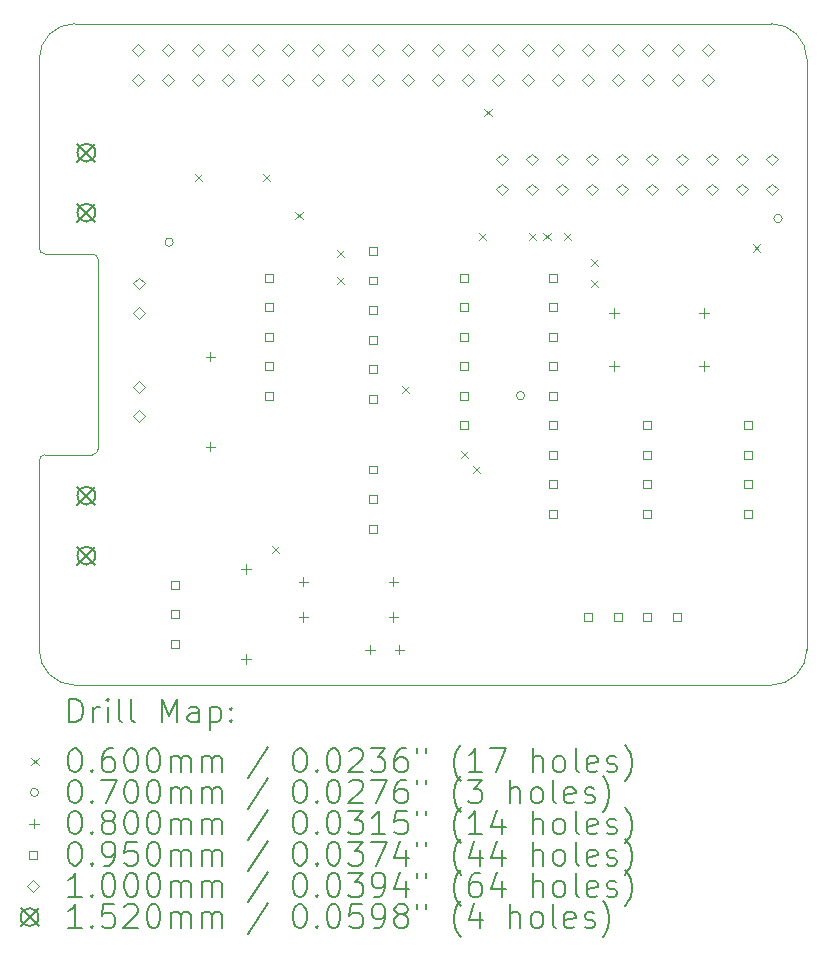
<source format=gbr>
%TF.GenerationSoftware,KiCad,Pcbnew,8.0.2-8.0.2-0~ubuntu22.04.1*%
%TF.CreationDate,2024-05-06T17:14:07-07:00*%
%TF.ProjectId,pifire-main-module-nopwr,70696669-7265-42d6-9d61-696e2d6d6f64,rev?*%
%TF.SameCoordinates,Original*%
%TF.FileFunction,Drillmap*%
%TF.FilePolarity,Positive*%
%FSLAX45Y45*%
G04 Gerber Fmt 4.5, Leading zero omitted, Abs format (unit mm)*
G04 Created by KiCad (PCBNEW 8.0.2-8.0.2-0~ubuntu22.04.1) date 2024-05-06 17:14:07*
%MOMM*%
%LPD*%
G01*
G04 APERTURE LIST*
%ADD10C,0.100000*%
%ADD11C,0.200000*%
%ADD12C,0.152000*%
G04 APERTURE END LIST*
D10*
X10050000Y-6350000D02*
G75*
G02*
X10000000Y-6300000I0J50000D01*
G01*
X16200000Y-4400000D02*
G75*
G02*
X16500000Y-4700000I0J-300000D01*
G01*
X16500000Y-9700000D02*
X16500000Y-4700000D01*
X10000000Y-4700000D02*
X10000000Y-6300000D01*
X10300000Y-10000000D02*
G75*
G02*
X10000000Y-9700000I0J300000D01*
G01*
X10300000Y-10000000D02*
X16200000Y-10000000D01*
X10450000Y-8050000D02*
X10050000Y-8050000D01*
X10000000Y-8100000D02*
G75*
G02*
X10049913Y-8050000I50000J0D01*
G01*
X16500000Y-9700000D02*
G75*
G02*
X16200000Y-10000000I-300000J0D01*
G01*
X10500000Y-6400000D02*
X10500000Y-8000000D01*
X10000000Y-4700000D02*
G75*
G02*
X10300000Y-4400000I300000J0D01*
G01*
X10000000Y-8100000D02*
X10000000Y-9700000D01*
X10050000Y-6350000D02*
X10450000Y-6350000D01*
X10500000Y-8000000D02*
G75*
G02*
X10450000Y-8050000I-50000J0D01*
G01*
X10450000Y-6350000D02*
G75*
G02*
X10500000Y-6400000I0J-50000D01*
G01*
X16200000Y-4400000D02*
X10300000Y-4400000D01*
D11*
D10*
X11320000Y-5670000D02*
X11380000Y-5730000D01*
X11380000Y-5670000D02*
X11320000Y-5730000D01*
X11895000Y-5670000D02*
X11955000Y-5730000D01*
X11955000Y-5670000D02*
X11895000Y-5730000D01*
X11970000Y-8820000D02*
X12030000Y-8880000D01*
X12030000Y-8820000D02*
X11970000Y-8880000D01*
X12170000Y-5995000D02*
X12230000Y-6055000D01*
X12230000Y-5995000D02*
X12170000Y-6055000D01*
X12520000Y-6320000D02*
X12580000Y-6380000D01*
X12580000Y-6320000D02*
X12520000Y-6380000D01*
X12520000Y-6545000D02*
X12580000Y-6605000D01*
X12580000Y-6545000D02*
X12520000Y-6605000D01*
X13070000Y-7470000D02*
X13130000Y-7530000D01*
X13130000Y-7470000D02*
X13070000Y-7530000D01*
X13570000Y-8020000D02*
X13630000Y-8080000D01*
X13630000Y-8020000D02*
X13570000Y-8080000D01*
X13670000Y-8145000D02*
X13730000Y-8205000D01*
X13730000Y-8145000D02*
X13670000Y-8205000D01*
X13720000Y-6170000D02*
X13780000Y-6230000D01*
X13780000Y-6170000D02*
X13720000Y-6230000D01*
X13770000Y-5120000D02*
X13830000Y-5180000D01*
X13830000Y-5120000D02*
X13770000Y-5180000D01*
X14145000Y-6170000D02*
X14205000Y-6230000D01*
X14205000Y-6170000D02*
X14145000Y-6230000D01*
X14270000Y-6170000D02*
X14330000Y-6230000D01*
X14330000Y-6170000D02*
X14270000Y-6230000D01*
X14445000Y-6170000D02*
X14505000Y-6230000D01*
X14505000Y-6170000D02*
X14445000Y-6230000D01*
X14670000Y-6395000D02*
X14730000Y-6455000D01*
X14730000Y-6395000D02*
X14670000Y-6455000D01*
X14670000Y-6570000D02*
X14730000Y-6630000D01*
X14730000Y-6570000D02*
X14670000Y-6630000D01*
X16045000Y-6270000D02*
X16105000Y-6330000D01*
X16105000Y-6270000D02*
X16045000Y-6330000D01*
X11135000Y-6250000D02*
G75*
G02*
X11065000Y-6250000I-35000J0D01*
G01*
X11065000Y-6250000D02*
G75*
G02*
X11135000Y-6250000I35000J0D01*
G01*
X14110000Y-7550000D02*
G75*
G02*
X14040000Y-7550000I-35000J0D01*
G01*
X14040000Y-7550000D02*
G75*
G02*
X14110000Y-7550000I35000J0D01*
G01*
X16290000Y-6050000D02*
G75*
G02*
X16220000Y-6050000I-35000J0D01*
G01*
X16220000Y-6050000D02*
G75*
G02*
X16290000Y-6050000I35000J0D01*
G01*
X11450000Y-7179000D02*
X11450000Y-7259000D01*
X11410000Y-7219000D02*
X11490000Y-7219000D01*
X11450000Y-7941000D02*
X11450000Y-8021000D01*
X11410000Y-7981000D02*
X11490000Y-7981000D01*
X11750000Y-8979000D02*
X11750000Y-9059000D01*
X11710000Y-9019000D02*
X11790000Y-9019000D01*
X11750000Y-9741000D02*
X11750000Y-9821000D01*
X11710000Y-9781000D02*
X11790000Y-9781000D01*
X12238000Y-9085000D02*
X12238000Y-9165000D01*
X12198000Y-9125000D02*
X12278000Y-9125000D01*
X12238000Y-9385000D02*
X12238000Y-9465000D01*
X12198000Y-9425000D02*
X12278000Y-9425000D01*
X12800000Y-9660000D02*
X12800000Y-9740000D01*
X12760000Y-9700000D02*
X12840000Y-9700000D01*
X13000000Y-9085000D02*
X13000000Y-9165000D01*
X12960000Y-9125000D02*
X13040000Y-9125000D01*
X13000000Y-9385000D02*
X13000000Y-9465000D01*
X12960000Y-9425000D02*
X13040000Y-9425000D01*
X13050000Y-9660000D02*
X13050000Y-9740000D01*
X13010000Y-9700000D02*
X13090000Y-9700000D01*
X14869000Y-6810000D02*
X14869000Y-6890000D01*
X14829000Y-6850000D02*
X14909000Y-6850000D01*
X14869000Y-7260000D02*
X14869000Y-7340000D01*
X14829000Y-7300000D02*
X14909000Y-7300000D01*
X15631000Y-6810000D02*
X15631000Y-6890000D01*
X15591000Y-6850000D02*
X15671000Y-6850000D01*
X15631000Y-7260000D02*
X15631000Y-7340000D01*
X15591000Y-7300000D02*
X15671000Y-7300000D01*
X11181088Y-9183588D02*
X11181088Y-9116412D01*
X11113912Y-9116412D01*
X11113912Y-9183588D01*
X11181088Y-9183588D01*
X11181088Y-9433588D02*
X11181088Y-9366412D01*
X11113912Y-9366412D01*
X11113912Y-9433588D01*
X11181088Y-9433588D01*
X11181088Y-9683588D02*
X11181088Y-9616412D01*
X11113912Y-9616412D01*
X11113912Y-9683588D01*
X11181088Y-9683588D01*
X11983588Y-6583588D02*
X11983588Y-6516412D01*
X11916412Y-6516412D01*
X11916412Y-6583588D01*
X11983588Y-6583588D01*
X11983588Y-6833588D02*
X11983588Y-6766412D01*
X11916412Y-6766412D01*
X11916412Y-6833588D01*
X11983588Y-6833588D01*
X11983588Y-7083588D02*
X11983588Y-7016412D01*
X11916412Y-7016412D01*
X11916412Y-7083588D01*
X11983588Y-7083588D01*
X11983588Y-7333588D02*
X11983588Y-7266412D01*
X11916412Y-7266412D01*
X11916412Y-7333588D01*
X11983588Y-7333588D01*
X11983588Y-7583588D02*
X11983588Y-7516412D01*
X11916412Y-7516412D01*
X11916412Y-7583588D01*
X11983588Y-7583588D01*
X12858588Y-6358588D02*
X12858588Y-6291412D01*
X12791412Y-6291412D01*
X12791412Y-6358588D01*
X12858588Y-6358588D01*
X12858588Y-6608588D02*
X12858588Y-6541412D01*
X12791412Y-6541412D01*
X12791412Y-6608588D01*
X12858588Y-6608588D01*
X12858588Y-6858588D02*
X12858588Y-6791412D01*
X12791412Y-6791412D01*
X12791412Y-6858588D01*
X12858588Y-6858588D01*
X12858588Y-7108588D02*
X12858588Y-7041412D01*
X12791412Y-7041412D01*
X12791412Y-7108588D01*
X12858588Y-7108588D01*
X12858588Y-7358588D02*
X12858588Y-7291412D01*
X12791412Y-7291412D01*
X12791412Y-7358588D01*
X12858588Y-7358588D01*
X12858588Y-7608588D02*
X12858588Y-7541412D01*
X12791412Y-7541412D01*
X12791412Y-7608588D01*
X12858588Y-7608588D01*
X12858588Y-8208588D02*
X12858588Y-8141412D01*
X12791412Y-8141412D01*
X12791412Y-8208588D01*
X12858588Y-8208588D01*
X12858588Y-8458588D02*
X12858588Y-8391412D01*
X12791412Y-8391412D01*
X12791412Y-8458588D01*
X12858588Y-8458588D01*
X12858588Y-8708588D02*
X12858588Y-8641412D01*
X12791412Y-8641412D01*
X12791412Y-8708588D01*
X12858588Y-8708588D01*
X13633588Y-6583588D02*
X13633588Y-6516412D01*
X13566412Y-6516412D01*
X13566412Y-6583588D01*
X13633588Y-6583588D01*
X13633588Y-6833588D02*
X13633588Y-6766412D01*
X13566412Y-6766412D01*
X13566412Y-6833588D01*
X13633588Y-6833588D01*
X13633588Y-7083588D02*
X13633588Y-7016412D01*
X13566412Y-7016412D01*
X13566412Y-7083588D01*
X13633588Y-7083588D01*
X13633588Y-7333588D02*
X13633588Y-7266412D01*
X13566412Y-7266412D01*
X13566412Y-7333588D01*
X13633588Y-7333588D01*
X13633588Y-7583588D02*
X13633588Y-7516412D01*
X13566412Y-7516412D01*
X13566412Y-7583588D01*
X13633588Y-7583588D01*
X13633588Y-7833588D02*
X13633588Y-7766412D01*
X13566412Y-7766412D01*
X13566412Y-7833588D01*
X13633588Y-7833588D01*
X14383588Y-6583588D02*
X14383588Y-6516412D01*
X14316412Y-6516412D01*
X14316412Y-6583588D01*
X14383588Y-6583588D01*
X14383588Y-6833588D02*
X14383588Y-6766412D01*
X14316412Y-6766412D01*
X14316412Y-6833588D01*
X14383588Y-6833588D01*
X14383588Y-7083588D02*
X14383588Y-7016412D01*
X14316412Y-7016412D01*
X14316412Y-7083588D01*
X14383588Y-7083588D01*
X14383588Y-7333588D02*
X14383588Y-7266412D01*
X14316412Y-7266412D01*
X14316412Y-7333588D01*
X14383588Y-7333588D01*
X14383588Y-7583588D02*
X14383588Y-7516412D01*
X14316412Y-7516412D01*
X14316412Y-7583588D01*
X14383588Y-7583588D01*
X14383588Y-7833588D02*
X14383588Y-7766412D01*
X14316412Y-7766412D01*
X14316412Y-7833588D01*
X14383588Y-7833588D01*
X14383588Y-8083588D02*
X14383588Y-8016412D01*
X14316412Y-8016412D01*
X14316412Y-8083588D01*
X14383588Y-8083588D01*
X14383588Y-8333588D02*
X14383588Y-8266412D01*
X14316412Y-8266412D01*
X14316412Y-8333588D01*
X14383588Y-8333588D01*
X14383588Y-8583588D02*
X14383588Y-8516412D01*
X14316412Y-8516412D01*
X14316412Y-8583588D01*
X14383588Y-8583588D01*
X14683588Y-9458588D02*
X14683588Y-9391412D01*
X14616412Y-9391412D01*
X14616412Y-9458588D01*
X14683588Y-9458588D01*
X14933588Y-9458588D02*
X14933588Y-9391412D01*
X14866412Y-9391412D01*
X14866412Y-9458588D01*
X14933588Y-9458588D01*
X15183588Y-7833588D02*
X15183588Y-7766412D01*
X15116412Y-7766412D01*
X15116412Y-7833588D01*
X15183588Y-7833588D01*
X15183588Y-8083588D02*
X15183588Y-8016412D01*
X15116412Y-8016412D01*
X15116412Y-8083588D01*
X15183588Y-8083588D01*
X15183588Y-8333588D02*
X15183588Y-8266412D01*
X15116412Y-8266412D01*
X15116412Y-8333588D01*
X15183588Y-8333588D01*
X15183588Y-8583588D02*
X15183588Y-8516412D01*
X15116412Y-8516412D01*
X15116412Y-8583588D01*
X15183588Y-8583588D01*
X15183588Y-9458588D02*
X15183588Y-9391412D01*
X15116412Y-9391412D01*
X15116412Y-9458588D01*
X15183588Y-9458588D01*
X15433588Y-9458588D02*
X15433588Y-9391412D01*
X15366412Y-9391412D01*
X15366412Y-9458588D01*
X15433588Y-9458588D01*
X16033588Y-7833588D02*
X16033588Y-7766412D01*
X15966412Y-7766412D01*
X15966412Y-7833588D01*
X16033588Y-7833588D01*
X16033588Y-8083588D02*
X16033588Y-8016412D01*
X15966412Y-8016412D01*
X15966412Y-8083588D01*
X16033588Y-8083588D01*
X16033588Y-8333588D02*
X16033588Y-8266412D01*
X15966412Y-8266412D01*
X15966412Y-8333588D01*
X16033588Y-8333588D01*
X16033588Y-8583588D02*
X16033588Y-8516412D01*
X15966412Y-8516412D01*
X15966412Y-8583588D01*
X16033588Y-8583588D01*
X10837000Y-4673000D02*
X10887000Y-4623000D01*
X10837000Y-4573000D01*
X10787000Y-4623000D01*
X10837000Y-4673000D01*
X10837000Y-4927000D02*
X10887000Y-4877000D01*
X10837000Y-4827000D01*
X10787000Y-4877000D01*
X10837000Y-4927000D01*
X10845000Y-6650000D02*
X10895000Y-6600000D01*
X10845000Y-6550000D01*
X10795000Y-6600000D01*
X10845000Y-6650000D01*
X10845000Y-6900000D02*
X10895000Y-6850000D01*
X10845000Y-6800000D01*
X10795000Y-6850000D01*
X10845000Y-6900000D01*
X10847500Y-7525000D02*
X10897500Y-7475000D01*
X10847500Y-7425000D01*
X10797500Y-7475000D01*
X10847500Y-7525000D01*
X10847500Y-7775000D02*
X10897500Y-7725000D01*
X10847500Y-7675000D01*
X10797500Y-7725000D01*
X10847500Y-7775000D01*
X11091000Y-4673000D02*
X11141000Y-4623000D01*
X11091000Y-4573000D01*
X11041000Y-4623000D01*
X11091000Y-4673000D01*
X11091000Y-4927000D02*
X11141000Y-4877000D01*
X11091000Y-4827000D01*
X11041000Y-4877000D01*
X11091000Y-4927000D01*
X11345000Y-4673000D02*
X11395000Y-4623000D01*
X11345000Y-4573000D01*
X11295000Y-4623000D01*
X11345000Y-4673000D01*
X11345000Y-4927000D02*
X11395000Y-4877000D01*
X11345000Y-4827000D01*
X11295000Y-4877000D01*
X11345000Y-4927000D01*
X11599000Y-4673000D02*
X11649000Y-4623000D01*
X11599000Y-4573000D01*
X11549000Y-4623000D01*
X11599000Y-4673000D01*
X11599000Y-4927000D02*
X11649000Y-4877000D01*
X11599000Y-4827000D01*
X11549000Y-4877000D01*
X11599000Y-4927000D01*
X11853000Y-4673000D02*
X11903000Y-4623000D01*
X11853000Y-4573000D01*
X11803000Y-4623000D01*
X11853000Y-4673000D01*
X11853000Y-4927000D02*
X11903000Y-4877000D01*
X11853000Y-4827000D01*
X11803000Y-4877000D01*
X11853000Y-4927000D01*
X12107000Y-4673000D02*
X12157000Y-4623000D01*
X12107000Y-4573000D01*
X12057000Y-4623000D01*
X12107000Y-4673000D01*
X12107000Y-4927000D02*
X12157000Y-4877000D01*
X12107000Y-4827000D01*
X12057000Y-4877000D01*
X12107000Y-4927000D01*
X12361000Y-4673000D02*
X12411000Y-4623000D01*
X12361000Y-4573000D01*
X12311000Y-4623000D01*
X12361000Y-4673000D01*
X12361000Y-4927000D02*
X12411000Y-4877000D01*
X12361000Y-4827000D01*
X12311000Y-4877000D01*
X12361000Y-4927000D01*
X12615000Y-4673000D02*
X12665000Y-4623000D01*
X12615000Y-4573000D01*
X12565000Y-4623000D01*
X12615000Y-4673000D01*
X12615000Y-4927000D02*
X12665000Y-4877000D01*
X12615000Y-4827000D01*
X12565000Y-4877000D01*
X12615000Y-4927000D01*
X12869000Y-4673000D02*
X12919000Y-4623000D01*
X12869000Y-4573000D01*
X12819000Y-4623000D01*
X12869000Y-4673000D01*
X12869000Y-4927000D02*
X12919000Y-4877000D01*
X12869000Y-4827000D01*
X12819000Y-4877000D01*
X12869000Y-4927000D01*
X13123000Y-4673000D02*
X13173000Y-4623000D01*
X13123000Y-4573000D01*
X13073000Y-4623000D01*
X13123000Y-4673000D01*
X13123000Y-4927000D02*
X13173000Y-4877000D01*
X13123000Y-4827000D01*
X13073000Y-4877000D01*
X13123000Y-4927000D01*
X13377000Y-4673000D02*
X13427000Y-4623000D01*
X13377000Y-4573000D01*
X13327000Y-4623000D01*
X13377000Y-4673000D01*
X13377000Y-4927000D02*
X13427000Y-4877000D01*
X13377000Y-4827000D01*
X13327000Y-4877000D01*
X13377000Y-4927000D01*
X13631000Y-4673000D02*
X13681000Y-4623000D01*
X13631000Y-4573000D01*
X13581000Y-4623000D01*
X13631000Y-4673000D01*
X13631000Y-4927000D02*
X13681000Y-4877000D01*
X13631000Y-4827000D01*
X13581000Y-4877000D01*
X13631000Y-4927000D01*
X13885000Y-4673000D02*
X13935000Y-4623000D01*
X13885000Y-4573000D01*
X13835000Y-4623000D01*
X13885000Y-4673000D01*
X13885000Y-4927000D02*
X13935000Y-4877000D01*
X13885000Y-4827000D01*
X13835000Y-4877000D01*
X13885000Y-4927000D01*
X13922000Y-5600000D02*
X13972000Y-5550000D01*
X13922000Y-5500000D01*
X13872000Y-5550000D01*
X13922000Y-5600000D01*
X13922000Y-5854000D02*
X13972000Y-5804000D01*
X13922000Y-5754000D01*
X13872000Y-5804000D01*
X13922000Y-5854000D01*
X14139000Y-4673000D02*
X14189000Y-4623000D01*
X14139000Y-4573000D01*
X14089000Y-4623000D01*
X14139000Y-4673000D01*
X14139000Y-4927000D02*
X14189000Y-4877000D01*
X14139000Y-4827000D01*
X14089000Y-4877000D01*
X14139000Y-4927000D01*
X14176000Y-5600000D02*
X14226000Y-5550000D01*
X14176000Y-5500000D01*
X14126000Y-5550000D01*
X14176000Y-5600000D01*
X14176000Y-5854000D02*
X14226000Y-5804000D01*
X14176000Y-5754000D01*
X14126000Y-5804000D01*
X14176000Y-5854000D01*
X14393000Y-4673000D02*
X14443000Y-4623000D01*
X14393000Y-4573000D01*
X14343000Y-4623000D01*
X14393000Y-4673000D01*
X14393000Y-4927000D02*
X14443000Y-4877000D01*
X14393000Y-4827000D01*
X14343000Y-4877000D01*
X14393000Y-4927000D01*
X14430000Y-5600000D02*
X14480000Y-5550000D01*
X14430000Y-5500000D01*
X14380000Y-5550000D01*
X14430000Y-5600000D01*
X14430000Y-5854000D02*
X14480000Y-5804000D01*
X14430000Y-5754000D01*
X14380000Y-5804000D01*
X14430000Y-5854000D01*
X14647000Y-4673000D02*
X14697000Y-4623000D01*
X14647000Y-4573000D01*
X14597000Y-4623000D01*
X14647000Y-4673000D01*
X14647000Y-4927000D02*
X14697000Y-4877000D01*
X14647000Y-4827000D01*
X14597000Y-4877000D01*
X14647000Y-4927000D01*
X14684000Y-5600000D02*
X14734000Y-5550000D01*
X14684000Y-5500000D01*
X14634000Y-5550000D01*
X14684000Y-5600000D01*
X14684000Y-5854000D02*
X14734000Y-5804000D01*
X14684000Y-5754000D01*
X14634000Y-5804000D01*
X14684000Y-5854000D01*
X14901000Y-4673000D02*
X14951000Y-4623000D01*
X14901000Y-4573000D01*
X14851000Y-4623000D01*
X14901000Y-4673000D01*
X14901000Y-4927000D02*
X14951000Y-4877000D01*
X14901000Y-4827000D01*
X14851000Y-4877000D01*
X14901000Y-4927000D01*
X14938000Y-5600000D02*
X14988000Y-5550000D01*
X14938000Y-5500000D01*
X14888000Y-5550000D01*
X14938000Y-5600000D01*
X14938000Y-5854000D02*
X14988000Y-5804000D01*
X14938000Y-5754000D01*
X14888000Y-5804000D01*
X14938000Y-5854000D01*
X15155000Y-4673000D02*
X15205000Y-4623000D01*
X15155000Y-4573000D01*
X15105000Y-4623000D01*
X15155000Y-4673000D01*
X15155000Y-4927000D02*
X15205000Y-4877000D01*
X15155000Y-4827000D01*
X15105000Y-4877000D01*
X15155000Y-4927000D01*
X15192000Y-5600000D02*
X15242000Y-5550000D01*
X15192000Y-5500000D01*
X15142000Y-5550000D01*
X15192000Y-5600000D01*
X15192000Y-5854000D02*
X15242000Y-5804000D01*
X15192000Y-5754000D01*
X15142000Y-5804000D01*
X15192000Y-5854000D01*
X15409000Y-4673000D02*
X15459000Y-4623000D01*
X15409000Y-4573000D01*
X15359000Y-4623000D01*
X15409000Y-4673000D01*
X15409000Y-4927000D02*
X15459000Y-4877000D01*
X15409000Y-4827000D01*
X15359000Y-4877000D01*
X15409000Y-4927000D01*
X15446000Y-5600000D02*
X15496000Y-5550000D01*
X15446000Y-5500000D01*
X15396000Y-5550000D01*
X15446000Y-5600000D01*
X15446000Y-5854000D02*
X15496000Y-5804000D01*
X15446000Y-5754000D01*
X15396000Y-5804000D01*
X15446000Y-5854000D01*
X15663000Y-4673000D02*
X15713000Y-4623000D01*
X15663000Y-4573000D01*
X15613000Y-4623000D01*
X15663000Y-4673000D01*
X15663000Y-4927000D02*
X15713000Y-4877000D01*
X15663000Y-4827000D01*
X15613000Y-4877000D01*
X15663000Y-4927000D01*
X15700000Y-5600000D02*
X15750000Y-5550000D01*
X15700000Y-5500000D01*
X15650000Y-5550000D01*
X15700000Y-5600000D01*
X15700000Y-5854000D02*
X15750000Y-5804000D01*
X15700000Y-5754000D01*
X15650000Y-5804000D01*
X15700000Y-5854000D01*
X15954000Y-5600000D02*
X16004000Y-5550000D01*
X15954000Y-5500000D01*
X15904000Y-5550000D01*
X15954000Y-5600000D01*
X15954000Y-5854000D02*
X16004000Y-5804000D01*
X15954000Y-5754000D01*
X15904000Y-5804000D01*
X15954000Y-5854000D01*
X16208000Y-5600000D02*
X16258000Y-5550000D01*
X16208000Y-5500000D01*
X16158000Y-5550000D01*
X16208000Y-5600000D01*
X16208000Y-5854000D02*
X16258000Y-5804000D01*
X16208000Y-5754000D01*
X16158000Y-5804000D01*
X16208000Y-5854000D01*
D12*
X10324000Y-5416000D02*
X10476000Y-5568000D01*
X10476000Y-5416000D02*
X10324000Y-5568000D01*
X10476000Y-5492000D02*
G75*
G02*
X10324000Y-5492000I-76000J0D01*
G01*
X10324000Y-5492000D02*
G75*
G02*
X10476000Y-5492000I76000J0D01*
G01*
X10324000Y-5924000D02*
X10476000Y-6076000D01*
X10476000Y-5924000D02*
X10324000Y-6076000D01*
X10476000Y-6000000D02*
G75*
G02*
X10324000Y-6000000I-76000J0D01*
G01*
X10324000Y-6000000D02*
G75*
G02*
X10476000Y-6000000I76000J0D01*
G01*
X10324000Y-8320000D02*
X10476000Y-8472000D01*
X10476000Y-8320000D02*
X10324000Y-8472000D01*
X10476000Y-8396000D02*
G75*
G02*
X10324000Y-8396000I-76000J0D01*
G01*
X10324000Y-8396000D02*
G75*
G02*
X10476000Y-8396000I76000J0D01*
G01*
X10324000Y-8828000D02*
X10476000Y-8980000D01*
X10476000Y-8828000D02*
X10324000Y-8980000D01*
X10476000Y-8904000D02*
G75*
G02*
X10324000Y-8904000I-76000J0D01*
G01*
X10324000Y-8904000D02*
G75*
G02*
X10476000Y-8904000I76000J0D01*
G01*
D11*
X10255777Y-10316484D02*
X10255777Y-10116484D01*
X10255777Y-10116484D02*
X10303396Y-10116484D01*
X10303396Y-10116484D02*
X10331967Y-10126008D01*
X10331967Y-10126008D02*
X10351015Y-10145055D01*
X10351015Y-10145055D02*
X10360539Y-10164103D01*
X10360539Y-10164103D02*
X10370063Y-10202198D01*
X10370063Y-10202198D02*
X10370063Y-10230770D01*
X10370063Y-10230770D02*
X10360539Y-10268865D01*
X10360539Y-10268865D02*
X10351015Y-10287912D01*
X10351015Y-10287912D02*
X10331967Y-10306960D01*
X10331967Y-10306960D02*
X10303396Y-10316484D01*
X10303396Y-10316484D02*
X10255777Y-10316484D01*
X10455777Y-10316484D02*
X10455777Y-10183150D01*
X10455777Y-10221246D02*
X10465301Y-10202198D01*
X10465301Y-10202198D02*
X10474824Y-10192674D01*
X10474824Y-10192674D02*
X10493872Y-10183150D01*
X10493872Y-10183150D02*
X10512920Y-10183150D01*
X10579586Y-10316484D02*
X10579586Y-10183150D01*
X10579586Y-10116484D02*
X10570063Y-10126008D01*
X10570063Y-10126008D02*
X10579586Y-10135531D01*
X10579586Y-10135531D02*
X10589110Y-10126008D01*
X10589110Y-10126008D02*
X10579586Y-10116484D01*
X10579586Y-10116484D02*
X10579586Y-10135531D01*
X10703396Y-10316484D02*
X10684348Y-10306960D01*
X10684348Y-10306960D02*
X10674824Y-10287912D01*
X10674824Y-10287912D02*
X10674824Y-10116484D01*
X10808158Y-10316484D02*
X10789110Y-10306960D01*
X10789110Y-10306960D02*
X10779586Y-10287912D01*
X10779586Y-10287912D02*
X10779586Y-10116484D01*
X11036729Y-10316484D02*
X11036729Y-10116484D01*
X11036729Y-10116484D02*
X11103396Y-10259341D01*
X11103396Y-10259341D02*
X11170063Y-10116484D01*
X11170063Y-10116484D02*
X11170063Y-10316484D01*
X11351015Y-10316484D02*
X11351015Y-10211722D01*
X11351015Y-10211722D02*
X11341491Y-10192674D01*
X11341491Y-10192674D02*
X11322443Y-10183150D01*
X11322443Y-10183150D02*
X11284348Y-10183150D01*
X11284348Y-10183150D02*
X11265301Y-10192674D01*
X11351015Y-10306960D02*
X11331967Y-10316484D01*
X11331967Y-10316484D02*
X11284348Y-10316484D01*
X11284348Y-10316484D02*
X11265301Y-10306960D01*
X11265301Y-10306960D02*
X11255777Y-10287912D01*
X11255777Y-10287912D02*
X11255777Y-10268865D01*
X11255777Y-10268865D02*
X11265301Y-10249817D01*
X11265301Y-10249817D02*
X11284348Y-10240293D01*
X11284348Y-10240293D02*
X11331967Y-10240293D01*
X11331967Y-10240293D02*
X11351015Y-10230770D01*
X11446253Y-10183150D02*
X11446253Y-10383150D01*
X11446253Y-10192674D02*
X11465301Y-10183150D01*
X11465301Y-10183150D02*
X11503396Y-10183150D01*
X11503396Y-10183150D02*
X11522443Y-10192674D01*
X11522443Y-10192674D02*
X11531967Y-10202198D01*
X11531967Y-10202198D02*
X11541491Y-10221246D01*
X11541491Y-10221246D02*
X11541491Y-10278389D01*
X11541491Y-10278389D02*
X11531967Y-10297436D01*
X11531967Y-10297436D02*
X11522443Y-10306960D01*
X11522443Y-10306960D02*
X11503396Y-10316484D01*
X11503396Y-10316484D02*
X11465301Y-10316484D01*
X11465301Y-10316484D02*
X11446253Y-10306960D01*
X11627205Y-10297436D02*
X11636729Y-10306960D01*
X11636729Y-10306960D02*
X11627205Y-10316484D01*
X11627205Y-10316484D02*
X11617682Y-10306960D01*
X11617682Y-10306960D02*
X11627205Y-10297436D01*
X11627205Y-10297436D02*
X11627205Y-10316484D01*
X11627205Y-10192674D02*
X11636729Y-10202198D01*
X11636729Y-10202198D02*
X11627205Y-10211722D01*
X11627205Y-10211722D02*
X11617682Y-10202198D01*
X11617682Y-10202198D02*
X11627205Y-10192674D01*
X11627205Y-10192674D02*
X11627205Y-10211722D01*
D10*
X9935000Y-10615000D02*
X9995000Y-10675000D01*
X9995000Y-10615000D02*
X9935000Y-10675000D01*
D11*
X10293872Y-10536484D02*
X10312920Y-10536484D01*
X10312920Y-10536484D02*
X10331967Y-10546008D01*
X10331967Y-10546008D02*
X10341491Y-10555531D01*
X10341491Y-10555531D02*
X10351015Y-10574579D01*
X10351015Y-10574579D02*
X10360539Y-10612674D01*
X10360539Y-10612674D02*
X10360539Y-10660293D01*
X10360539Y-10660293D02*
X10351015Y-10698389D01*
X10351015Y-10698389D02*
X10341491Y-10717436D01*
X10341491Y-10717436D02*
X10331967Y-10726960D01*
X10331967Y-10726960D02*
X10312920Y-10736484D01*
X10312920Y-10736484D02*
X10293872Y-10736484D01*
X10293872Y-10736484D02*
X10274824Y-10726960D01*
X10274824Y-10726960D02*
X10265301Y-10717436D01*
X10265301Y-10717436D02*
X10255777Y-10698389D01*
X10255777Y-10698389D02*
X10246253Y-10660293D01*
X10246253Y-10660293D02*
X10246253Y-10612674D01*
X10246253Y-10612674D02*
X10255777Y-10574579D01*
X10255777Y-10574579D02*
X10265301Y-10555531D01*
X10265301Y-10555531D02*
X10274824Y-10546008D01*
X10274824Y-10546008D02*
X10293872Y-10536484D01*
X10446253Y-10717436D02*
X10455777Y-10726960D01*
X10455777Y-10726960D02*
X10446253Y-10736484D01*
X10446253Y-10736484D02*
X10436729Y-10726960D01*
X10436729Y-10726960D02*
X10446253Y-10717436D01*
X10446253Y-10717436D02*
X10446253Y-10736484D01*
X10627205Y-10536484D02*
X10589110Y-10536484D01*
X10589110Y-10536484D02*
X10570063Y-10546008D01*
X10570063Y-10546008D02*
X10560539Y-10555531D01*
X10560539Y-10555531D02*
X10541491Y-10584103D01*
X10541491Y-10584103D02*
X10531967Y-10622198D01*
X10531967Y-10622198D02*
X10531967Y-10698389D01*
X10531967Y-10698389D02*
X10541491Y-10717436D01*
X10541491Y-10717436D02*
X10551015Y-10726960D01*
X10551015Y-10726960D02*
X10570063Y-10736484D01*
X10570063Y-10736484D02*
X10608158Y-10736484D01*
X10608158Y-10736484D02*
X10627205Y-10726960D01*
X10627205Y-10726960D02*
X10636729Y-10717436D01*
X10636729Y-10717436D02*
X10646253Y-10698389D01*
X10646253Y-10698389D02*
X10646253Y-10650770D01*
X10646253Y-10650770D02*
X10636729Y-10631722D01*
X10636729Y-10631722D02*
X10627205Y-10622198D01*
X10627205Y-10622198D02*
X10608158Y-10612674D01*
X10608158Y-10612674D02*
X10570063Y-10612674D01*
X10570063Y-10612674D02*
X10551015Y-10622198D01*
X10551015Y-10622198D02*
X10541491Y-10631722D01*
X10541491Y-10631722D02*
X10531967Y-10650770D01*
X10770063Y-10536484D02*
X10789110Y-10536484D01*
X10789110Y-10536484D02*
X10808158Y-10546008D01*
X10808158Y-10546008D02*
X10817682Y-10555531D01*
X10817682Y-10555531D02*
X10827205Y-10574579D01*
X10827205Y-10574579D02*
X10836729Y-10612674D01*
X10836729Y-10612674D02*
X10836729Y-10660293D01*
X10836729Y-10660293D02*
X10827205Y-10698389D01*
X10827205Y-10698389D02*
X10817682Y-10717436D01*
X10817682Y-10717436D02*
X10808158Y-10726960D01*
X10808158Y-10726960D02*
X10789110Y-10736484D01*
X10789110Y-10736484D02*
X10770063Y-10736484D01*
X10770063Y-10736484D02*
X10751015Y-10726960D01*
X10751015Y-10726960D02*
X10741491Y-10717436D01*
X10741491Y-10717436D02*
X10731967Y-10698389D01*
X10731967Y-10698389D02*
X10722444Y-10660293D01*
X10722444Y-10660293D02*
X10722444Y-10612674D01*
X10722444Y-10612674D02*
X10731967Y-10574579D01*
X10731967Y-10574579D02*
X10741491Y-10555531D01*
X10741491Y-10555531D02*
X10751015Y-10546008D01*
X10751015Y-10546008D02*
X10770063Y-10536484D01*
X10960539Y-10536484D02*
X10979586Y-10536484D01*
X10979586Y-10536484D02*
X10998634Y-10546008D01*
X10998634Y-10546008D02*
X11008158Y-10555531D01*
X11008158Y-10555531D02*
X11017682Y-10574579D01*
X11017682Y-10574579D02*
X11027205Y-10612674D01*
X11027205Y-10612674D02*
X11027205Y-10660293D01*
X11027205Y-10660293D02*
X11017682Y-10698389D01*
X11017682Y-10698389D02*
X11008158Y-10717436D01*
X11008158Y-10717436D02*
X10998634Y-10726960D01*
X10998634Y-10726960D02*
X10979586Y-10736484D01*
X10979586Y-10736484D02*
X10960539Y-10736484D01*
X10960539Y-10736484D02*
X10941491Y-10726960D01*
X10941491Y-10726960D02*
X10931967Y-10717436D01*
X10931967Y-10717436D02*
X10922444Y-10698389D01*
X10922444Y-10698389D02*
X10912920Y-10660293D01*
X10912920Y-10660293D02*
X10912920Y-10612674D01*
X10912920Y-10612674D02*
X10922444Y-10574579D01*
X10922444Y-10574579D02*
X10931967Y-10555531D01*
X10931967Y-10555531D02*
X10941491Y-10546008D01*
X10941491Y-10546008D02*
X10960539Y-10536484D01*
X11112920Y-10736484D02*
X11112920Y-10603150D01*
X11112920Y-10622198D02*
X11122444Y-10612674D01*
X11122444Y-10612674D02*
X11141491Y-10603150D01*
X11141491Y-10603150D02*
X11170063Y-10603150D01*
X11170063Y-10603150D02*
X11189110Y-10612674D01*
X11189110Y-10612674D02*
X11198634Y-10631722D01*
X11198634Y-10631722D02*
X11198634Y-10736484D01*
X11198634Y-10631722D02*
X11208158Y-10612674D01*
X11208158Y-10612674D02*
X11227205Y-10603150D01*
X11227205Y-10603150D02*
X11255777Y-10603150D01*
X11255777Y-10603150D02*
X11274824Y-10612674D01*
X11274824Y-10612674D02*
X11284348Y-10631722D01*
X11284348Y-10631722D02*
X11284348Y-10736484D01*
X11379586Y-10736484D02*
X11379586Y-10603150D01*
X11379586Y-10622198D02*
X11389110Y-10612674D01*
X11389110Y-10612674D02*
X11408158Y-10603150D01*
X11408158Y-10603150D02*
X11436729Y-10603150D01*
X11436729Y-10603150D02*
X11455777Y-10612674D01*
X11455777Y-10612674D02*
X11465301Y-10631722D01*
X11465301Y-10631722D02*
X11465301Y-10736484D01*
X11465301Y-10631722D02*
X11474824Y-10612674D01*
X11474824Y-10612674D02*
X11493872Y-10603150D01*
X11493872Y-10603150D02*
X11522443Y-10603150D01*
X11522443Y-10603150D02*
X11541491Y-10612674D01*
X11541491Y-10612674D02*
X11551015Y-10631722D01*
X11551015Y-10631722D02*
X11551015Y-10736484D01*
X11941491Y-10526960D02*
X11770063Y-10784103D01*
X12198634Y-10536484D02*
X12217682Y-10536484D01*
X12217682Y-10536484D02*
X12236729Y-10546008D01*
X12236729Y-10546008D02*
X12246253Y-10555531D01*
X12246253Y-10555531D02*
X12255777Y-10574579D01*
X12255777Y-10574579D02*
X12265301Y-10612674D01*
X12265301Y-10612674D02*
X12265301Y-10660293D01*
X12265301Y-10660293D02*
X12255777Y-10698389D01*
X12255777Y-10698389D02*
X12246253Y-10717436D01*
X12246253Y-10717436D02*
X12236729Y-10726960D01*
X12236729Y-10726960D02*
X12217682Y-10736484D01*
X12217682Y-10736484D02*
X12198634Y-10736484D01*
X12198634Y-10736484D02*
X12179586Y-10726960D01*
X12179586Y-10726960D02*
X12170063Y-10717436D01*
X12170063Y-10717436D02*
X12160539Y-10698389D01*
X12160539Y-10698389D02*
X12151015Y-10660293D01*
X12151015Y-10660293D02*
X12151015Y-10612674D01*
X12151015Y-10612674D02*
X12160539Y-10574579D01*
X12160539Y-10574579D02*
X12170063Y-10555531D01*
X12170063Y-10555531D02*
X12179586Y-10546008D01*
X12179586Y-10546008D02*
X12198634Y-10536484D01*
X12351015Y-10717436D02*
X12360539Y-10726960D01*
X12360539Y-10726960D02*
X12351015Y-10736484D01*
X12351015Y-10736484D02*
X12341491Y-10726960D01*
X12341491Y-10726960D02*
X12351015Y-10717436D01*
X12351015Y-10717436D02*
X12351015Y-10736484D01*
X12484348Y-10536484D02*
X12503396Y-10536484D01*
X12503396Y-10536484D02*
X12522444Y-10546008D01*
X12522444Y-10546008D02*
X12531967Y-10555531D01*
X12531967Y-10555531D02*
X12541491Y-10574579D01*
X12541491Y-10574579D02*
X12551015Y-10612674D01*
X12551015Y-10612674D02*
X12551015Y-10660293D01*
X12551015Y-10660293D02*
X12541491Y-10698389D01*
X12541491Y-10698389D02*
X12531967Y-10717436D01*
X12531967Y-10717436D02*
X12522444Y-10726960D01*
X12522444Y-10726960D02*
X12503396Y-10736484D01*
X12503396Y-10736484D02*
X12484348Y-10736484D01*
X12484348Y-10736484D02*
X12465301Y-10726960D01*
X12465301Y-10726960D02*
X12455777Y-10717436D01*
X12455777Y-10717436D02*
X12446253Y-10698389D01*
X12446253Y-10698389D02*
X12436729Y-10660293D01*
X12436729Y-10660293D02*
X12436729Y-10612674D01*
X12436729Y-10612674D02*
X12446253Y-10574579D01*
X12446253Y-10574579D02*
X12455777Y-10555531D01*
X12455777Y-10555531D02*
X12465301Y-10546008D01*
X12465301Y-10546008D02*
X12484348Y-10536484D01*
X12627206Y-10555531D02*
X12636729Y-10546008D01*
X12636729Y-10546008D02*
X12655777Y-10536484D01*
X12655777Y-10536484D02*
X12703396Y-10536484D01*
X12703396Y-10536484D02*
X12722444Y-10546008D01*
X12722444Y-10546008D02*
X12731967Y-10555531D01*
X12731967Y-10555531D02*
X12741491Y-10574579D01*
X12741491Y-10574579D02*
X12741491Y-10593627D01*
X12741491Y-10593627D02*
X12731967Y-10622198D01*
X12731967Y-10622198D02*
X12617682Y-10736484D01*
X12617682Y-10736484D02*
X12741491Y-10736484D01*
X12808158Y-10536484D02*
X12931967Y-10536484D01*
X12931967Y-10536484D02*
X12865301Y-10612674D01*
X12865301Y-10612674D02*
X12893872Y-10612674D01*
X12893872Y-10612674D02*
X12912920Y-10622198D01*
X12912920Y-10622198D02*
X12922444Y-10631722D01*
X12922444Y-10631722D02*
X12931967Y-10650770D01*
X12931967Y-10650770D02*
X12931967Y-10698389D01*
X12931967Y-10698389D02*
X12922444Y-10717436D01*
X12922444Y-10717436D02*
X12912920Y-10726960D01*
X12912920Y-10726960D02*
X12893872Y-10736484D01*
X12893872Y-10736484D02*
X12836729Y-10736484D01*
X12836729Y-10736484D02*
X12817682Y-10726960D01*
X12817682Y-10726960D02*
X12808158Y-10717436D01*
X13103396Y-10536484D02*
X13065301Y-10536484D01*
X13065301Y-10536484D02*
X13046253Y-10546008D01*
X13046253Y-10546008D02*
X13036729Y-10555531D01*
X13036729Y-10555531D02*
X13017682Y-10584103D01*
X13017682Y-10584103D02*
X13008158Y-10622198D01*
X13008158Y-10622198D02*
X13008158Y-10698389D01*
X13008158Y-10698389D02*
X13017682Y-10717436D01*
X13017682Y-10717436D02*
X13027206Y-10726960D01*
X13027206Y-10726960D02*
X13046253Y-10736484D01*
X13046253Y-10736484D02*
X13084348Y-10736484D01*
X13084348Y-10736484D02*
X13103396Y-10726960D01*
X13103396Y-10726960D02*
X13112920Y-10717436D01*
X13112920Y-10717436D02*
X13122444Y-10698389D01*
X13122444Y-10698389D02*
X13122444Y-10650770D01*
X13122444Y-10650770D02*
X13112920Y-10631722D01*
X13112920Y-10631722D02*
X13103396Y-10622198D01*
X13103396Y-10622198D02*
X13084348Y-10612674D01*
X13084348Y-10612674D02*
X13046253Y-10612674D01*
X13046253Y-10612674D02*
X13027206Y-10622198D01*
X13027206Y-10622198D02*
X13017682Y-10631722D01*
X13017682Y-10631722D02*
X13008158Y-10650770D01*
X13198634Y-10536484D02*
X13198634Y-10574579D01*
X13274825Y-10536484D02*
X13274825Y-10574579D01*
X13570063Y-10812674D02*
X13560539Y-10803150D01*
X13560539Y-10803150D02*
X13541491Y-10774579D01*
X13541491Y-10774579D02*
X13531968Y-10755531D01*
X13531968Y-10755531D02*
X13522444Y-10726960D01*
X13522444Y-10726960D02*
X13512920Y-10679341D01*
X13512920Y-10679341D02*
X13512920Y-10641246D01*
X13512920Y-10641246D02*
X13522444Y-10593627D01*
X13522444Y-10593627D02*
X13531968Y-10565055D01*
X13531968Y-10565055D02*
X13541491Y-10546008D01*
X13541491Y-10546008D02*
X13560539Y-10517436D01*
X13560539Y-10517436D02*
X13570063Y-10507912D01*
X13751015Y-10736484D02*
X13636729Y-10736484D01*
X13693872Y-10736484D02*
X13693872Y-10536484D01*
X13693872Y-10536484D02*
X13674825Y-10565055D01*
X13674825Y-10565055D02*
X13655777Y-10584103D01*
X13655777Y-10584103D02*
X13636729Y-10593627D01*
X13817682Y-10536484D02*
X13951015Y-10536484D01*
X13951015Y-10536484D02*
X13865301Y-10736484D01*
X14179587Y-10736484D02*
X14179587Y-10536484D01*
X14265301Y-10736484D02*
X14265301Y-10631722D01*
X14265301Y-10631722D02*
X14255777Y-10612674D01*
X14255777Y-10612674D02*
X14236730Y-10603150D01*
X14236730Y-10603150D02*
X14208158Y-10603150D01*
X14208158Y-10603150D02*
X14189110Y-10612674D01*
X14189110Y-10612674D02*
X14179587Y-10622198D01*
X14389110Y-10736484D02*
X14370063Y-10726960D01*
X14370063Y-10726960D02*
X14360539Y-10717436D01*
X14360539Y-10717436D02*
X14351015Y-10698389D01*
X14351015Y-10698389D02*
X14351015Y-10641246D01*
X14351015Y-10641246D02*
X14360539Y-10622198D01*
X14360539Y-10622198D02*
X14370063Y-10612674D01*
X14370063Y-10612674D02*
X14389110Y-10603150D01*
X14389110Y-10603150D02*
X14417682Y-10603150D01*
X14417682Y-10603150D02*
X14436730Y-10612674D01*
X14436730Y-10612674D02*
X14446253Y-10622198D01*
X14446253Y-10622198D02*
X14455777Y-10641246D01*
X14455777Y-10641246D02*
X14455777Y-10698389D01*
X14455777Y-10698389D02*
X14446253Y-10717436D01*
X14446253Y-10717436D02*
X14436730Y-10726960D01*
X14436730Y-10726960D02*
X14417682Y-10736484D01*
X14417682Y-10736484D02*
X14389110Y-10736484D01*
X14570063Y-10736484D02*
X14551015Y-10726960D01*
X14551015Y-10726960D02*
X14541491Y-10707912D01*
X14541491Y-10707912D02*
X14541491Y-10536484D01*
X14722444Y-10726960D02*
X14703396Y-10736484D01*
X14703396Y-10736484D02*
X14665301Y-10736484D01*
X14665301Y-10736484D02*
X14646253Y-10726960D01*
X14646253Y-10726960D02*
X14636730Y-10707912D01*
X14636730Y-10707912D02*
X14636730Y-10631722D01*
X14636730Y-10631722D02*
X14646253Y-10612674D01*
X14646253Y-10612674D02*
X14665301Y-10603150D01*
X14665301Y-10603150D02*
X14703396Y-10603150D01*
X14703396Y-10603150D02*
X14722444Y-10612674D01*
X14722444Y-10612674D02*
X14731968Y-10631722D01*
X14731968Y-10631722D02*
X14731968Y-10650770D01*
X14731968Y-10650770D02*
X14636730Y-10669817D01*
X14808158Y-10726960D02*
X14827206Y-10736484D01*
X14827206Y-10736484D02*
X14865301Y-10736484D01*
X14865301Y-10736484D02*
X14884349Y-10726960D01*
X14884349Y-10726960D02*
X14893872Y-10707912D01*
X14893872Y-10707912D02*
X14893872Y-10698389D01*
X14893872Y-10698389D02*
X14884349Y-10679341D01*
X14884349Y-10679341D02*
X14865301Y-10669817D01*
X14865301Y-10669817D02*
X14836730Y-10669817D01*
X14836730Y-10669817D02*
X14817682Y-10660293D01*
X14817682Y-10660293D02*
X14808158Y-10641246D01*
X14808158Y-10641246D02*
X14808158Y-10631722D01*
X14808158Y-10631722D02*
X14817682Y-10612674D01*
X14817682Y-10612674D02*
X14836730Y-10603150D01*
X14836730Y-10603150D02*
X14865301Y-10603150D01*
X14865301Y-10603150D02*
X14884349Y-10612674D01*
X14960539Y-10812674D02*
X14970063Y-10803150D01*
X14970063Y-10803150D02*
X14989111Y-10774579D01*
X14989111Y-10774579D02*
X14998634Y-10755531D01*
X14998634Y-10755531D02*
X15008158Y-10726960D01*
X15008158Y-10726960D02*
X15017682Y-10679341D01*
X15017682Y-10679341D02*
X15017682Y-10641246D01*
X15017682Y-10641246D02*
X15008158Y-10593627D01*
X15008158Y-10593627D02*
X14998634Y-10565055D01*
X14998634Y-10565055D02*
X14989111Y-10546008D01*
X14989111Y-10546008D02*
X14970063Y-10517436D01*
X14970063Y-10517436D02*
X14960539Y-10507912D01*
D10*
X9995000Y-10909000D02*
G75*
G02*
X9925000Y-10909000I-35000J0D01*
G01*
X9925000Y-10909000D02*
G75*
G02*
X9995000Y-10909000I35000J0D01*
G01*
D11*
X10293872Y-10800484D02*
X10312920Y-10800484D01*
X10312920Y-10800484D02*
X10331967Y-10810008D01*
X10331967Y-10810008D02*
X10341491Y-10819531D01*
X10341491Y-10819531D02*
X10351015Y-10838579D01*
X10351015Y-10838579D02*
X10360539Y-10876674D01*
X10360539Y-10876674D02*
X10360539Y-10924293D01*
X10360539Y-10924293D02*
X10351015Y-10962389D01*
X10351015Y-10962389D02*
X10341491Y-10981436D01*
X10341491Y-10981436D02*
X10331967Y-10990960D01*
X10331967Y-10990960D02*
X10312920Y-11000484D01*
X10312920Y-11000484D02*
X10293872Y-11000484D01*
X10293872Y-11000484D02*
X10274824Y-10990960D01*
X10274824Y-10990960D02*
X10265301Y-10981436D01*
X10265301Y-10981436D02*
X10255777Y-10962389D01*
X10255777Y-10962389D02*
X10246253Y-10924293D01*
X10246253Y-10924293D02*
X10246253Y-10876674D01*
X10246253Y-10876674D02*
X10255777Y-10838579D01*
X10255777Y-10838579D02*
X10265301Y-10819531D01*
X10265301Y-10819531D02*
X10274824Y-10810008D01*
X10274824Y-10810008D02*
X10293872Y-10800484D01*
X10446253Y-10981436D02*
X10455777Y-10990960D01*
X10455777Y-10990960D02*
X10446253Y-11000484D01*
X10446253Y-11000484D02*
X10436729Y-10990960D01*
X10436729Y-10990960D02*
X10446253Y-10981436D01*
X10446253Y-10981436D02*
X10446253Y-11000484D01*
X10522444Y-10800484D02*
X10655777Y-10800484D01*
X10655777Y-10800484D02*
X10570063Y-11000484D01*
X10770063Y-10800484D02*
X10789110Y-10800484D01*
X10789110Y-10800484D02*
X10808158Y-10810008D01*
X10808158Y-10810008D02*
X10817682Y-10819531D01*
X10817682Y-10819531D02*
X10827205Y-10838579D01*
X10827205Y-10838579D02*
X10836729Y-10876674D01*
X10836729Y-10876674D02*
X10836729Y-10924293D01*
X10836729Y-10924293D02*
X10827205Y-10962389D01*
X10827205Y-10962389D02*
X10817682Y-10981436D01*
X10817682Y-10981436D02*
X10808158Y-10990960D01*
X10808158Y-10990960D02*
X10789110Y-11000484D01*
X10789110Y-11000484D02*
X10770063Y-11000484D01*
X10770063Y-11000484D02*
X10751015Y-10990960D01*
X10751015Y-10990960D02*
X10741491Y-10981436D01*
X10741491Y-10981436D02*
X10731967Y-10962389D01*
X10731967Y-10962389D02*
X10722444Y-10924293D01*
X10722444Y-10924293D02*
X10722444Y-10876674D01*
X10722444Y-10876674D02*
X10731967Y-10838579D01*
X10731967Y-10838579D02*
X10741491Y-10819531D01*
X10741491Y-10819531D02*
X10751015Y-10810008D01*
X10751015Y-10810008D02*
X10770063Y-10800484D01*
X10960539Y-10800484D02*
X10979586Y-10800484D01*
X10979586Y-10800484D02*
X10998634Y-10810008D01*
X10998634Y-10810008D02*
X11008158Y-10819531D01*
X11008158Y-10819531D02*
X11017682Y-10838579D01*
X11017682Y-10838579D02*
X11027205Y-10876674D01*
X11027205Y-10876674D02*
X11027205Y-10924293D01*
X11027205Y-10924293D02*
X11017682Y-10962389D01*
X11017682Y-10962389D02*
X11008158Y-10981436D01*
X11008158Y-10981436D02*
X10998634Y-10990960D01*
X10998634Y-10990960D02*
X10979586Y-11000484D01*
X10979586Y-11000484D02*
X10960539Y-11000484D01*
X10960539Y-11000484D02*
X10941491Y-10990960D01*
X10941491Y-10990960D02*
X10931967Y-10981436D01*
X10931967Y-10981436D02*
X10922444Y-10962389D01*
X10922444Y-10962389D02*
X10912920Y-10924293D01*
X10912920Y-10924293D02*
X10912920Y-10876674D01*
X10912920Y-10876674D02*
X10922444Y-10838579D01*
X10922444Y-10838579D02*
X10931967Y-10819531D01*
X10931967Y-10819531D02*
X10941491Y-10810008D01*
X10941491Y-10810008D02*
X10960539Y-10800484D01*
X11112920Y-11000484D02*
X11112920Y-10867150D01*
X11112920Y-10886198D02*
X11122444Y-10876674D01*
X11122444Y-10876674D02*
X11141491Y-10867150D01*
X11141491Y-10867150D02*
X11170063Y-10867150D01*
X11170063Y-10867150D02*
X11189110Y-10876674D01*
X11189110Y-10876674D02*
X11198634Y-10895722D01*
X11198634Y-10895722D02*
X11198634Y-11000484D01*
X11198634Y-10895722D02*
X11208158Y-10876674D01*
X11208158Y-10876674D02*
X11227205Y-10867150D01*
X11227205Y-10867150D02*
X11255777Y-10867150D01*
X11255777Y-10867150D02*
X11274824Y-10876674D01*
X11274824Y-10876674D02*
X11284348Y-10895722D01*
X11284348Y-10895722D02*
X11284348Y-11000484D01*
X11379586Y-11000484D02*
X11379586Y-10867150D01*
X11379586Y-10886198D02*
X11389110Y-10876674D01*
X11389110Y-10876674D02*
X11408158Y-10867150D01*
X11408158Y-10867150D02*
X11436729Y-10867150D01*
X11436729Y-10867150D02*
X11455777Y-10876674D01*
X11455777Y-10876674D02*
X11465301Y-10895722D01*
X11465301Y-10895722D02*
X11465301Y-11000484D01*
X11465301Y-10895722D02*
X11474824Y-10876674D01*
X11474824Y-10876674D02*
X11493872Y-10867150D01*
X11493872Y-10867150D02*
X11522443Y-10867150D01*
X11522443Y-10867150D02*
X11541491Y-10876674D01*
X11541491Y-10876674D02*
X11551015Y-10895722D01*
X11551015Y-10895722D02*
X11551015Y-11000484D01*
X11941491Y-10790960D02*
X11770063Y-11048103D01*
X12198634Y-10800484D02*
X12217682Y-10800484D01*
X12217682Y-10800484D02*
X12236729Y-10810008D01*
X12236729Y-10810008D02*
X12246253Y-10819531D01*
X12246253Y-10819531D02*
X12255777Y-10838579D01*
X12255777Y-10838579D02*
X12265301Y-10876674D01*
X12265301Y-10876674D02*
X12265301Y-10924293D01*
X12265301Y-10924293D02*
X12255777Y-10962389D01*
X12255777Y-10962389D02*
X12246253Y-10981436D01*
X12246253Y-10981436D02*
X12236729Y-10990960D01*
X12236729Y-10990960D02*
X12217682Y-11000484D01*
X12217682Y-11000484D02*
X12198634Y-11000484D01*
X12198634Y-11000484D02*
X12179586Y-10990960D01*
X12179586Y-10990960D02*
X12170063Y-10981436D01*
X12170063Y-10981436D02*
X12160539Y-10962389D01*
X12160539Y-10962389D02*
X12151015Y-10924293D01*
X12151015Y-10924293D02*
X12151015Y-10876674D01*
X12151015Y-10876674D02*
X12160539Y-10838579D01*
X12160539Y-10838579D02*
X12170063Y-10819531D01*
X12170063Y-10819531D02*
X12179586Y-10810008D01*
X12179586Y-10810008D02*
X12198634Y-10800484D01*
X12351015Y-10981436D02*
X12360539Y-10990960D01*
X12360539Y-10990960D02*
X12351015Y-11000484D01*
X12351015Y-11000484D02*
X12341491Y-10990960D01*
X12341491Y-10990960D02*
X12351015Y-10981436D01*
X12351015Y-10981436D02*
X12351015Y-11000484D01*
X12484348Y-10800484D02*
X12503396Y-10800484D01*
X12503396Y-10800484D02*
X12522444Y-10810008D01*
X12522444Y-10810008D02*
X12531967Y-10819531D01*
X12531967Y-10819531D02*
X12541491Y-10838579D01*
X12541491Y-10838579D02*
X12551015Y-10876674D01*
X12551015Y-10876674D02*
X12551015Y-10924293D01*
X12551015Y-10924293D02*
X12541491Y-10962389D01*
X12541491Y-10962389D02*
X12531967Y-10981436D01*
X12531967Y-10981436D02*
X12522444Y-10990960D01*
X12522444Y-10990960D02*
X12503396Y-11000484D01*
X12503396Y-11000484D02*
X12484348Y-11000484D01*
X12484348Y-11000484D02*
X12465301Y-10990960D01*
X12465301Y-10990960D02*
X12455777Y-10981436D01*
X12455777Y-10981436D02*
X12446253Y-10962389D01*
X12446253Y-10962389D02*
X12436729Y-10924293D01*
X12436729Y-10924293D02*
X12436729Y-10876674D01*
X12436729Y-10876674D02*
X12446253Y-10838579D01*
X12446253Y-10838579D02*
X12455777Y-10819531D01*
X12455777Y-10819531D02*
X12465301Y-10810008D01*
X12465301Y-10810008D02*
X12484348Y-10800484D01*
X12627206Y-10819531D02*
X12636729Y-10810008D01*
X12636729Y-10810008D02*
X12655777Y-10800484D01*
X12655777Y-10800484D02*
X12703396Y-10800484D01*
X12703396Y-10800484D02*
X12722444Y-10810008D01*
X12722444Y-10810008D02*
X12731967Y-10819531D01*
X12731967Y-10819531D02*
X12741491Y-10838579D01*
X12741491Y-10838579D02*
X12741491Y-10857627D01*
X12741491Y-10857627D02*
X12731967Y-10886198D01*
X12731967Y-10886198D02*
X12617682Y-11000484D01*
X12617682Y-11000484D02*
X12741491Y-11000484D01*
X12808158Y-10800484D02*
X12941491Y-10800484D01*
X12941491Y-10800484D02*
X12855777Y-11000484D01*
X13103396Y-10800484D02*
X13065301Y-10800484D01*
X13065301Y-10800484D02*
X13046253Y-10810008D01*
X13046253Y-10810008D02*
X13036729Y-10819531D01*
X13036729Y-10819531D02*
X13017682Y-10848103D01*
X13017682Y-10848103D02*
X13008158Y-10886198D01*
X13008158Y-10886198D02*
X13008158Y-10962389D01*
X13008158Y-10962389D02*
X13017682Y-10981436D01*
X13017682Y-10981436D02*
X13027206Y-10990960D01*
X13027206Y-10990960D02*
X13046253Y-11000484D01*
X13046253Y-11000484D02*
X13084348Y-11000484D01*
X13084348Y-11000484D02*
X13103396Y-10990960D01*
X13103396Y-10990960D02*
X13112920Y-10981436D01*
X13112920Y-10981436D02*
X13122444Y-10962389D01*
X13122444Y-10962389D02*
X13122444Y-10914770D01*
X13122444Y-10914770D02*
X13112920Y-10895722D01*
X13112920Y-10895722D02*
X13103396Y-10886198D01*
X13103396Y-10886198D02*
X13084348Y-10876674D01*
X13084348Y-10876674D02*
X13046253Y-10876674D01*
X13046253Y-10876674D02*
X13027206Y-10886198D01*
X13027206Y-10886198D02*
X13017682Y-10895722D01*
X13017682Y-10895722D02*
X13008158Y-10914770D01*
X13198634Y-10800484D02*
X13198634Y-10838579D01*
X13274825Y-10800484D02*
X13274825Y-10838579D01*
X13570063Y-11076674D02*
X13560539Y-11067150D01*
X13560539Y-11067150D02*
X13541491Y-11038579D01*
X13541491Y-11038579D02*
X13531968Y-11019531D01*
X13531968Y-11019531D02*
X13522444Y-10990960D01*
X13522444Y-10990960D02*
X13512920Y-10943341D01*
X13512920Y-10943341D02*
X13512920Y-10905246D01*
X13512920Y-10905246D02*
X13522444Y-10857627D01*
X13522444Y-10857627D02*
X13531968Y-10829055D01*
X13531968Y-10829055D02*
X13541491Y-10810008D01*
X13541491Y-10810008D02*
X13560539Y-10781436D01*
X13560539Y-10781436D02*
X13570063Y-10771912D01*
X13627206Y-10800484D02*
X13751015Y-10800484D01*
X13751015Y-10800484D02*
X13684348Y-10876674D01*
X13684348Y-10876674D02*
X13712920Y-10876674D01*
X13712920Y-10876674D02*
X13731968Y-10886198D01*
X13731968Y-10886198D02*
X13741491Y-10895722D01*
X13741491Y-10895722D02*
X13751015Y-10914770D01*
X13751015Y-10914770D02*
X13751015Y-10962389D01*
X13751015Y-10962389D02*
X13741491Y-10981436D01*
X13741491Y-10981436D02*
X13731968Y-10990960D01*
X13731968Y-10990960D02*
X13712920Y-11000484D01*
X13712920Y-11000484D02*
X13655777Y-11000484D01*
X13655777Y-11000484D02*
X13636729Y-10990960D01*
X13636729Y-10990960D02*
X13627206Y-10981436D01*
X13989110Y-11000484D02*
X13989110Y-10800484D01*
X14074825Y-11000484D02*
X14074825Y-10895722D01*
X14074825Y-10895722D02*
X14065301Y-10876674D01*
X14065301Y-10876674D02*
X14046253Y-10867150D01*
X14046253Y-10867150D02*
X14017682Y-10867150D01*
X14017682Y-10867150D02*
X13998634Y-10876674D01*
X13998634Y-10876674D02*
X13989110Y-10886198D01*
X14198634Y-11000484D02*
X14179587Y-10990960D01*
X14179587Y-10990960D02*
X14170063Y-10981436D01*
X14170063Y-10981436D02*
X14160539Y-10962389D01*
X14160539Y-10962389D02*
X14160539Y-10905246D01*
X14160539Y-10905246D02*
X14170063Y-10886198D01*
X14170063Y-10886198D02*
X14179587Y-10876674D01*
X14179587Y-10876674D02*
X14198634Y-10867150D01*
X14198634Y-10867150D02*
X14227206Y-10867150D01*
X14227206Y-10867150D02*
X14246253Y-10876674D01*
X14246253Y-10876674D02*
X14255777Y-10886198D01*
X14255777Y-10886198D02*
X14265301Y-10905246D01*
X14265301Y-10905246D02*
X14265301Y-10962389D01*
X14265301Y-10962389D02*
X14255777Y-10981436D01*
X14255777Y-10981436D02*
X14246253Y-10990960D01*
X14246253Y-10990960D02*
X14227206Y-11000484D01*
X14227206Y-11000484D02*
X14198634Y-11000484D01*
X14379587Y-11000484D02*
X14360539Y-10990960D01*
X14360539Y-10990960D02*
X14351015Y-10971912D01*
X14351015Y-10971912D02*
X14351015Y-10800484D01*
X14531968Y-10990960D02*
X14512920Y-11000484D01*
X14512920Y-11000484D02*
X14474825Y-11000484D01*
X14474825Y-11000484D02*
X14455777Y-10990960D01*
X14455777Y-10990960D02*
X14446253Y-10971912D01*
X14446253Y-10971912D02*
X14446253Y-10895722D01*
X14446253Y-10895722D02*
X14455777Y-10876674D01*
X14455777Y-10876674D02*
X14474825Y-10867150D01*
X14474825Y-10867150D02*
X14512920Y-10867150D01*
X14512920Y-10867150D02*
X14531968Y-10876674D01*
X14531968Y-10876674D02*
X14541491Y-10895722D01*
X14541491Y-10895722D02*
X14541491Y-10914770D01*
X14541491Y-10914770D02*
X14446253Y-10933817D01*
X14617682Y-10990960D02*
X14636730Y-11000484D01*
X14636730Y-11000484D02*
X14674825Y-11000484D01*
X14674825Y-11000484D02*
X14693872Y-10990960D01*
X14693872Y-10990960D02*
X14703396Y-10971912D01*
X14703396Y-10971912D02*
X14703396Y-10962389D01*
X14703396Y-10962389D02*
X14693872Y-10943341D01*
X14693872Y-10943341D02*
X14674825Y-10933817D01*
X14674825Y-10933817D02*
X14646253Y-10933817D01*
X14646253Y-10933817D02*
X14627206Y-10924293D01*
X14627206Y-10924293D02*
X14617682Y-10905246D01*
X14617682Y-10905246D02*
X14617682Y-10895722D01*
X14617682Y-10895722D02*
X14627206Y-10876674D01*
X14627206Y-10876674D02*
X14646253Y-10867150D01*
X14646253Y-10867150D02*
X14674825Y-10867150D01*
X14674825Y-10867150D02*
X14693872Y-10876674D01*
X14770063Y-11076674D02*
X14779587Y-11067150D01*
X14779587Y-11067150D02*
X14798634Y-11038579D01*
X14798634Y-11038579D02*
X14808158Y-11019531D01*
X14808158Y-11019531D02*
X14817682Y-10990960D01*
X14817682Y-10990960D02*
X14827206Y-10943341D01*
X14827206Y-10943341D02*
X14827206Y-10905246D01*
X14827206Y-10905246D02*
X14817682Y-10857627D01*
X14817682Y-10857627D02*
X14808158Y-10829055D01*
X14808158Y-10829055D02*
X14798634Y-10810008D01*
X14798634Y-10810008D02*
X14779587Y-10781436D01*
X14779587Y-10781436D02*
X14770063Y-10771912D01*
D10*
X9955000Y-11133000D02*
X9955000Y-11213000D01*
X9915000Y-11173000D02*
X9995000Y-11173000D01*
D11*
X10293872Y-11064484D02*
X10312920Y-11064484D01*
X10312920Y-11064484D02*
X10331967Y-11074008D01*
X10331967Y-11074008D02*
X10341491Y-11083531D01*
X10341491Y-11083531D02*
X10351015Y-11102579D01*
X10351015Y-11102579D02*
X10360539Y-11140674D01*
X10360539Y-11140674D02*
X10360539Y-11188293D01*
X10360539Y-11188293D02*
X10351015Y-11226388D01*
X10351015Y-11226388D02*
X10341491Y-11245436D01*
X10341491Y-11245436D02*
X10331967Y-11254960D01*
X10331967Y-11254960D02*
X10312920Y-11264484D01*
X10312920Y-11264484D02*
X10293872Y-11264484D01*
X10293872Y-11264484D02*
X10274824Y-11254960D01*
X10274824Y-11254960D02*
X10265301Y-11245436D01*
X10265301Y-11245436D02*
X10255777Y-11226388D01*
X10255777Y-11226388D02*
X10246253Y-11188293D01*
X10246253Y-11188293D02*
X10246253Y-11140674D01*
X10246253Y-11140674D02*
X10255777Y-11102579D01*
X10255777Y-11102579D02*
X10265301Y-11083531D01*
X10265301Y-11083531D02*
X10274824Y-11074008D01*
X10274824Y-11074008D02*
X10293872Y-11064484D01*
X10446253Y-11245436D02*
X10455777Y-11254960D01*
X10455777Y-11254960D02*
X10446253Y-11264484D01*
X10446253Y-11264484D02*
X10436729Y-11254960D01*
X10436729Y-11254960D02*
X10446253Y-11245436D01*
X10446253Y-11245436D02*
X10446253Y-11264484D01*
X10570063Y-11150198D02*
X10551015Y-11140674D01*
X10551015Y-11140674D02*
X10541491Y-11131150D01*
X10541491Y-11131150D02*
X10531967Y-11112103D01*
X10531967Y-11112103D02*
X10531967Y-11102579D01*
X10531967Y-11102579D02*
X10541491Y-11083531D01*
X10541491Y-11083531D02*
X10551015Y-11074008D01*
X10551015Y-11074008D02*
X10570063Y-11064484D01*
X10570063Y-11064484D02*
X10608158Y-11064484D01*
X10608158Y-11064484D02*
X10627205Y-11074008D01*
X10627205Y-11074008D02*
X10636729Y-11083531D01*
X10636729Y-11083531D02*
X10646253Y-11102579D01*
X10646253Y-11102579D02*
X10646253Y-11112103D01*
X10646253Y-11112103D02*
X10636729Y-11131150D01*
X10636729Y-11131150D02*
X10627205Y-11140674D01*
X10627205Y-11140674D02*
X10608158Y-11150198D01*
X10608158Y-11150198D02*
X10570063Y-11150198D01*
X10570063Y-11150198D02*
X10551015Y-11159722D01*
X10551015Y-11159722D02*
X10541491Y-11169246D01*
X10541491Y-11169246D02*
X10531967Y-11188293D01*
X10531967Y-11188293D02*
X10531967Y-11226388D01*
X10531967Y-11226388D02*
X10541491Y-11245436D01*
X10541491Y-11245436D02*
X10551015Y-11254960D01*
X10551015Y-11254960D02*
X10570063Y-11264484D01*
X10570063Y-11264484D02*
X10608158Y-11264484D01*
X10608158Y-11264484D02*
X10627205Y-11254960D01*
X10627205Y-11254960D02*
X10636729Y-11245436D01*
X10636729Y-11245436D02*
X10646253Y-11226388D01*
X10646253Y-11226388D02*
X10646253Y-11188293D01*
X10646253Y-11188293D02*
X10636729Y-11169246D01*
X10636729Y-11169246D02*
X10627205Y-11159722D01*
X10627205Y-11159722D02*
X10608158Y-11150198D01*
X10770063Y-11064484D02*
X10789110Y-11064484D01*
X10789110Y-11064484D02*
X10808158Y-11074008D01*
X10808158Y-11074008D02*
X10817682Y-11083531D01*
X10817682Y-11083531D02*
X10827205Y-11102579D01*
X10827205Y-11102579D02*
X10836729Y-11140674D01*
X10836729Y-11140674D02*
X10836729Y-11188293D01*
X10836729Y-11188293D02*
X10827205Y-11226388D01*
X10827205Y-11226388D02*
X10817682Y-11245436D01*
X10817682Y-11245436D02*
X10808158Y-11254960D01*
X10808158Y-11254960D02*
X10789110Y-11264484D01*
X10789110Y-11264484D02*
X10770063Y-11264484D01*
X10770063Y-11264484D02*
X10751015Y-11254960D01*
X10751015Y-11254960D02*
X10741491Y-11245436D01*
X10741491Y-11245436D02*
X10731967Y-11226388D01*
X10731967Y-11226388D02*
X10722444Y-11188293D01*
X10722444Y-11188293D02*
X10722444Y-11140674D01*
X10722444Y-11140674D02*
X10731967Y-11102579D01*
X10731967Y-11102579D02*
X10741491Y-11083531D01*
X10741491Y-11083531D02*
X10751015Y-11074008D01*
X10751015Y-11074008D02*
X10770063Y-11064484D01*
X10960539Y-11064484D02*
X10979586Y-11064484D01*
X10979586Y-11064484D02*
X10998634Y-11074008D01*
X10998634Y-11074008D02*
X11008158Y-11083531D01*
X11008158Y-11083531D02*
X11017682Y-11102579D01*
X11017682Y-11102579D02*
X11027205Y-11140674D01*
X11027205Y-11140674D02*
X11027205Y-11188293D01*
X11027205Y-11188293D02*
X11017682Y-11226388D01*
X11017682Y-11226388D02*
X11008158Y-11245436D01*
X11008158Y-11245436D02*
X10998634Y-11254960D01*
X10998634Y-11254960D02*
X10979586Y-11264484D01*
X10979586Y-11264484D02*
X10960539Y-11264484D01*
X10960539Y-11264484D02*
X10941491Y-11254960D01*
X10941491Y-11254960D02*
X10931967Y-11245436D01*
X10931967Y-11245436D02*
X10922444Y-11226388D01*
X10922444Y-11226388D02*
X10912920Y-11188293D01*
X10912920Y-11188293D02*
X10912920Y-11140674D01*
X10912920Y-11140674D02*
X10922444Y-11102579D01*
X10922444Y-11102579D02*
X10931967Y-11083531D01*
X10931967Y-11083531D02*
X10941491Y-11074008D01*
X10941491Y-11074008D02*
X10960539Y-11064484D01*
X11112920Y-11264484D02*
X11112920Y-11131150D01*
X11112920Y-11150198D02*
X11122444Y-11140674D01*
X11122444Y-11140674D02*
X11141491Y-11131150D01*
X11141491Y-11131150D02*
X11170063Y-11131150D01*
X11170063Y-11131150D02*
X11189110Y-11140674D01*
X11189110Y-11140674D02*
X11198634Y-11159722D01*
X11198634Y-11159722D02*
X11198634Y-11264484D01*
X11198634Y-11159722D02*
X11208158Y-11140674D01*
X11208158Y-11140674D02*
X11227205Y-11131150D01*
X11227205Y-11131150D02*
X11255777Y-11131150D01*
X11255777Y-11131150D02*
X11274824Y-11140674D01*
X11274824Y-11140674D02*
X11284348Y-11159722D01*
X11284348Y-11159722D02*
X11284348Y-11264484D01*
X11379586Y-11264484D02*
X11379586Y-11131150D01*
X11379586Y-11150198D02*
X11389110Y-11140674D01*
X11389110Y-11140674D02*
X11408158Y-11131150D01*
X11408158Y-11131150D02*
X11436729Y-11131150D01*
X11436729Y-11131150D02*
X11455777Y-11140674D01*
X11455777Y-11140674D02*
X11465301Y-11159722D01*
X11465301Y-11159722D02*
X11465301Y-11264484D01*
X11465301Y-11159722D02*
X11474824Y-11140674D01*
X11474824Y-11140674D02*
X11493872Y-11131150D01*
X11493872Y-11131150D02*
X11522443Y-11131150D01*
X11522443Y-11131150D02*
X11541491Y-11140674D01*
X11541491Y-11140674D02*
X11551015Y-11159722D01*
X11551015Y-11159722D02*
X11551015Y-11264484D01*
X11941491Y-11054960D02*
X11770063Y-11312103D01*
X12198634Y-11064484D02*
X12217682Y-11064484D01*
X12217682Y-11064484D02*
X12236729Y-11074008D01*
X12236729Y-11074008D02*
X12246253Y-11083531D01*
X12246253Y-11083531D02*
X12255777Y-11102579D01*
X12255777Y-11102579D02*
X12265301Y-11140674D01*
X12265301Y-11140674D02*
X12265301Y-11188293D01*
X12265301Y-11188293D02*
X12255777Y-11226388D01*
X12255777Y-11226388D02*
X12246253Y-11245436D01*
X12246253Y-11245436D02*
X12236729Y-11254960D01*
X12236729Y-11254960D02*
X12217682Y-11264484D01*
X12217682Y-11264484D02*
X12198634Y-11264484D01*
X12198634Y-11264484D02*
X12179586Y-11254960D01*
X12179586Y-11254960D02*
X12170063Y-11245436D01*
X12170063Y-11245436D02*
X12160539Y-11226388D01*
X12160539Y-11226388D02*
X12151015Y-11188293D01*
X12151015Y-11188293D02*
X12151015Y-11140674D01*
X12151015Y-11140674D02*
X12160539Y-11102579D01*
X12160539Y-11102579D02*
X12170063Y-11083531D01*
X12170063Y-11083531D02*
X12179586Y-11074008D01*
X12179586Y-11074008D02*
X12198634Y-11064484D01*
X12351015Y-11245436D02*
X12360539Y-11254960D01*
X12360539Y-11254960D02*
X12351015Y-11264484D01*
X12351015Y-11264484D02*
X12341491Y-11254960D01*
X12341491Y-11254960D02*
X12351015Y-11245436D01*
X12351015Y-11245436D02*
X12351015Y-11264484D01*
X12484348Y-11064484D02*
X12503396Y-11064484D01*
X12503396Y-11064484D02*
X12522444Y-11074008D01*
X12522444Y-11074008D02*
X12531967Y-11083531D01*
X12531967Y-11083531D02*
X12541491Y-11102579D01*
X12541491Y-11102579D02*
X12551015Y-11140674D01*
X12551015Y-11140674D02*
X12551015Y-11188293D01*
X12551015Y-11188293D02*
X12541491Y-11226388D01*
X12541491Y-11226388D02*
X12531967Y-11245436D01*
X12531967Y-11245436D02*
X12522444Y-11254960D01*
X12522444Y-11254960D02*
X12503396Y-11264484D01*
X12503396Y-11264484D02*
X12484348Y-11264484D01*
X12484348Y-11264484D02*
X12465301Y-11254960D01*
X12465301Y-11254960D02*
X12455777Y-11245436D01*
X12455777Y-11245436D02*
X12446253Y-11226388D01*
X12446253Y-11226388D02*
X12436729Y-11188293D01*
X12436729Y-11188293D02*
X12436729Y-11140674D01*
X12436729Y-11140674D02*
X12446253Y-11102579D01*
X12446253Y-11102579D02*
X12455777Y-11083531D01*
X12455777Y-11083531D02*
X12465301Y-11074008D01*
X12465301Y-11074008D02*
X12484348Y-11064484D01*
X12617682Y-11064484D02*
X12741491Y-11064484D01*
X12741491Y-11064484D02*
X12674825Y-11140674D01*
X12674825Y-11140674D02*
X12703396Y-11140674D01*
X12703396Y-11140674D02*
X12722444Y-11150198D01*
X12722444Y-11150198D02*
X12731967Y-11159722D01*
X12731967Y-11159722D02*
X12741491Y-11178770D01*
X12741491Y-11178770D02*
X12741491Y-11226388D01*
X12741491Y-11226388D02*
X12731967Y-11245436D01*
X12731967Y-11245436D02*
X12722444Y-11254960D01*
X12722444Y-11254960D02*
X12703396Y-11264484D01*
X12703396Y-11264484D02*
X12646253Y-11264484D01*
X12646253Y-11264484D02*
X12627206Y-11254960D01*
X12627206Y-11254960D02*
X12617682Y-11245436D01*
X12931967Y-11264484D02*
X12817682Y-11264484D01*
X12874825Y-11264484D02*
X12874825Y-11064484D01*
X12874825Y-11064484D02*
X12855777Y-11093055D01*
X12855777Y-11093055D02*
X12836729Y-11112103D01*
X12836729Y-11112103D02*
X12817682Y-11121627D01*
X13112920Y-11064484D02*
X13017682Y-11064484D01*
X13017682Y-11064484D02*
X13008158Y-11159722D01*
X13008158Y-11159722D02*
X13017682Y-11150198D01*
X13017682Y-11150198D02*
X13036729Y-11140674D01*
X13036729Y-11140674D02*
X13084348Y-11140674D01*
X13084348Y-11140674D02*
X13103396Y-11150198D01*
X13103396Y-11150198D02*
X13112920Y-11159722D01*
X13112920Y-11159722D02*
X13122444Y-11178770D01*
X13122444Y-11178770D02*
X13122444Y-11226388D01*
X13122444Y-11226388D02*
X13112920Y-11245436D01*
X13112920Y-11245436D02*
X13103396Y-11254960D01*
X13103396Y-11254960D02*
X13084348Y-11264484D01*
X13084348Y-11264484D02*
X13036729Y-11264484D01*
X13036729Y-11264484D02*
X13017682Y-11254960D01*
X13017682Y-11254960D02*
X13008158Y-11245436D01*
X13198634Y-11064484D02*
X13198634Y-11102579D01*
X13274825Y-11064484D02*
X13274825Y-11102579D01*
X13570063Y-11340674D02*
X13560539Y-11331150D01*
X13560539Y-11331150D02*
X13541491Y-11302579D01*
X13541491Y-11302579D02*
X13531968Y-11283531D01*
X13531968Y-11283531D02*
X13522444Y-11254960D01*
X13522444Y-11254960D02*
X13512920Y-11207341D01*
X13512920Y-11207341D02*
X13512920Y-11169246D01*
X13512920Y-11169246D02*
X13522444Y-11121627D01*
X13522444Y-11121627D02*
X13531968Y-11093055D01*
X13531968Y-11093055D02*
X13541491Y-11074008D01*
X13541491Y-11074008D02*
X13560539Y-11045436D01*
X13560539Y-11045436D02*
X13570063Y-11035912D01*
X13751015Y-11264484D02*
X13636729Y-11264484D01*
X13693872Y-11264484D02*
X13693872Y-11064484D01*
X13693872Y-11064484D02*
X13674825Y-11093055D01*
X13674825Y-11093055D02*
X13655777Y-11112103D01*
X13655777Y-11112103D02*
X13636729Y-11121627D01*
X13922444Y-11131150D02*
X13922444Y-11264484D01*
X13874825Y-11054960D02*
X13827206Y-11197817D01*
X13827206Y-11197817D02*
X13951015Y-11197817D01*
X14179587Y-11264484D02*
X14179587Y-11064484D01*
X14265301Y-11264484D02*
X14265301Y-11159722D01*
X14265301Y-11159722D02*
X14255777Y-11140674D01*
X14255777Y-11140674D02*
X14236730Y-11131150D01*
X14236730Y-11131150D02*
X14208158Y-11131150D01*
X14208158Y-11131150D02*
X14189110Y-11140674D01*
X14189110Y-11140674D02*
X14179587Y-11150198D01*
X14389110Y-11264484D02*
X14370063Y-11254960D01*
X14370063Y-11254960D02*
X14360539Y-11245436D01*
X14360539Y-11245436D02*
X14351015Y-11226388D01*
X14351015Y-11226388D02*
X14351015Y-11169246D01*
X14351015Y-11169246D02*
X14360539Y-11150198D01*
X14360539Y-11150198D02*
X14370063Y-11140674D01*
X14370063Y-11140674D02*
X14389110Y-11131150D01*
X14389110Y-11131150D02*
X14417682Y-11131150D01*
X14417682Y-11131150D02*
X14436730Y-11140674D01*
X14436730Y-11140674D02*
X14446253Y-11150198D01*
X14446253Y-11150198D02*
X14455777Y-11169246D01*
X14455777Y-11169246D02*
X14455777Y-11226388D01*
X14455777Y-11226388D02*
X14446253Y-11245436D01*
X14446253Y-11245436D02*
X14436730Y-11254960D01*
X14436730Y-11254960D02*
X14417682Y-11264484D01*
X14417682Y-11264484D02*
X14389110Y-11264484D01*
X14570063Y-11264484D02*
X14551015Y-11254960D01*
X14551015Y-11254960D02*
X14541491Y-11235912D01*
X14541491Y-11235912D02*
X14541491Y-11064484D01*
X14722444Y-11254960D02*
X14703396Y-11264484D01*
X14703396Y-11264484D02*
X14665301Y-11264484D01*
X14665301Y-11264484D02*
X14646253Y-11254960D01*
X14646253Y-11254960D02*
X14636730Y-11235912D01*
X14636730Y-11235912D02*
X14636730Y-11159722D01*
X14636730Y-11159722D02*
X14646253Y-11140674D01*
X14646253Y-11140674D02*
X14665301Y-11131150D01*
X14665301Y-11131150D02*
X14703396Y-11131150D01*
X14703396Y-11131150D02*
X14722444Y-11140674D01*
X14722444Y-11140674D02*
X14731968Y-11159722D01*
X14731968Y-11159722D02*
X14731968Y-11178770D01*
X14731968Y-11178770D02*
X14636730Y-11197817D01*
X14808158Y-11254960D02*
X14827206Y-11264484D01*
X14827206Y-11264484D02*
X14865301Y-11264484D01*
X14865301Y-11264484D02*
X14884349Y-11254960D01*
X14884349Y-11254960D02*
X14893872Y-11235912D01*
X14893872Y-11235912D02*
X14893872Y-11226388D01*
X14893872Y-11226388D02*
X14884349Y-11207341D01*
X14884349Y-11207341D02*
X14865301Y-11197817D01*
X14865301Y-11197817D02*
X14836730Y-11197817D01*
X14836730Y-11197817D02*
X14817682Y-11188293D01*
X14817682Y-11188293D02*
X14808158Y-11169246D01*
X14808158Y-11169246D02*
X14808158Y-11159722D01*
X14808158Y-11159722D02*
X14817682Y-11140674D01*
X14817682Y-11140674D02*
X14836730Y-11131150D01*
X14836730Y-11131150D02*
X14865301Y-11131150D01*
X14865301Y-11131150D02*
X14884349Y-11140674D01*
X14960539Y-11340674D02*
X14970063Y-11331150D01*
X14970063Y-11331150D02*
X14989111Y-11302579D01*
X14989111Y-11302579D02*
X14998634Y-11283531D01*
X14998634Y-11283531D02*
X15008158Y-11254960D01*
X15008158Y-11254960D02*
X15017682Y-11207341D01*
X15017682Y-11207341D02*
X15017682Y-11169246D01*
X15017682Y-11169246D02*
X15008158Y-11121627D01*
X15008158Y-11121627D02*
X14998634Y-11093055D01*
X14998634Y-11093055D02*
X14989111Y-11074008D01*
X14989111Y-11074008D02*
X14970063Y-11045436D01*
X14970063Y-11045436D02*
X14960539Y-11035912D01*
D10*
X9981088Y-11470588D02*
X9981088Y-11403412D01*
X9913912Y-11403412D01*
X9913912Y-11470588D01*
X9981088Y-11470588D01*
D11*
X10293872Y-11328484D02*
X10312920Y-11328484D01*
X10312920Y-11328484D02*
X10331967Y-11338008D01*
X10331967Y-11338008D02*
X10341491Y-11347531D01*
X10341491Y-11347531D02*
X10351015Y-11366579D01*
X10351015Y-11366579D02*
X10360539Y-11404674D01*
X10360539Y-11404674D02*
X10360539Y-11452293D01*
X10360539Y-11452293D02*
X10351015Y-11490388D01*
X10351015Y-11490388D02*
X10341491Y-11509436D01*
X10341491Y-11509436D02*
X10331967Y-11518960D01*
X10331967Y-11518960D02*
X10312920Y-11528484D01*
X10312920Y-11528484D02*
X10293872Y-11528484D01*
X10293872Y-11528484D02*
X10274824Y-11518960D01*
X10274824Y-11518960D02*
X10265301Y-11509436D01*
X10265301Y-11509436D02*
X10255777Y-11490388D01*
X10255777Y-11490388D02*
X10246253Y-11452293D01*
X10246253Y-11452293D02*
X10246253Y-11404674D01*
X10246253Y-11404674D02*
X10255777Y-11366579D01*
X10255777Y-11366579D02*
X10265301Y-11347531D01*
X10265301Y-11347531D02*
X10274824Y-11338008D01*
X10274824Y-11338008D02*
X10293872Y-11328484D01*
X10446253Y-11509436D02*
X10455777Y-11518960D01*
X10455777Y-11518960D02*
X10446253Y-11528484D01*
X10446253Y-11528484D02*
X10436729Y-11518960D01*
X10436729Y-11518960D02*
X10446253Y-11509436D01*
X10446253Y-11509436D02*
X10446253Y-11528484D01*
X10551015Y-11528484D02*
X10589110Y-11528484D01*
X10589110Y-11528484D02*
X10608158Y-11518960D01*
X10608158Y-11518960D02*
X10617682Y-11509436D01*
X10617682Y-11509436D02*
X10636729Y-11480865D01*
X10636729Y-11480865D02*
X10646253Y-11442769D01*
X10646253Y-11442769D02*
X10646253Y-11366579D01*
X10646253Y-11366579D02*
X10636729Y-11347531D01*
X10636729Y-11347531D02*
X10627205Y-11338008D01*
X10627205Y-11338008D02*
X10608158Y-11328484D01*
X10608158Y-11328484D02*
X10570063Y-11328484D01*
X10570063Y-11328484D02*
X10551015Y-11338008D01*
X10551015Y-11338008D02*
X10541491Y-11347531D01*
X10541491Y-11347531D02*
X10531967Y-11366579D01*
X10531967Y-11366579D02*
X10531967Y-11414198D01*
X10531967Y-11414198D02*
X10541491Y-11433246D01*
X10541491Y-11433246D02*
X10551015Y-11442769D01*
X10551015Y-11442769D02*
X10570063Y-11452293D01*
X10570063Y-11452293D02*
X10608158Y-11452293D01*
X10608158Y-11452293D02*
X10627205Y-11442769D01*
X10627205Y-11442769D02*
X10636729Y-11433246D01*
X10636729Y-11433246D02*
X10646253Y-11414198D01*
X10827205Y-11328484D02*
X10731967Y-11328484D01*
X10731967Y-11328484D02*
X10722444Y-11423722D01*
X10722444Y-11423722D02*
X10731967Y-11414198D01*
X10731967Y-11414198D02*
X10751015Y-11404674D01*
X10751015Y-11404674D02*
X10798634Y-11404674D01*
X10798634Y-11404674D02*
X10817682Y-11414198D01*
X10817682Y-11414198D02*
X10827205Y-11423722D01*
X10827205Y-11423722D02*
X10836729Y-11442769D01*
X10836729Y-11442769D02*
X10836729Y-11490388D01*
X10836729Y-11490388D02*
X10827205Y-11509436D01*
X10827205Y-11509436D02*
X10817682Y-11518960D01*
X10817682Y-11518960D02*
X10798634Y-11528484D01*
X10798634Y-11528484D02*
X10751015Y-11528484D01*
X10751015Y-11528484D02*
X10731967Y-11518960D01*
X10731967Y-11518960D02*
X10722444Y-11509436D01*
X10960539Y-11328484D02*
X10979586Y-11328484D01*
X10979586Y-11328484D02*
X10998634Y-11338008D01*
X10998634Y-11338008D02*
X11008158Y-11347531D01*
X11008158Y-11347531D02*
X11017682Y-11366579D01*
X11017682Y-11366579D02*
X11027205Y-11404674D01*
X11027205Y-11404674D02*
X11027205Y-11452293D01*
X11027205Y-11452293D02*
X11017682Y-11490388D01*
X11017682Y-11490388D02*
X11008158Y-11509436D01*
X11008158Y-11509436D02*
X10998634Y-11518960D01*
X10998634Y-11518960D02*
X10979586Y-11528484D01*
X10979586Y-11528484D02*
X10960539Y-11528484D01*
X10960539Y-11528484D02*
X10941491Y-11518960D01*
X10941491Y-11518960D02*
X10931967Y-11509436D01*
X10931967Y-11509436D02*
X10922444Y-11490388D01*
X10922444Y-11490388D02*
X10912920Y-11452293D01*
X10912920Y-11452293D02*
X10912920Y-11404674D01*
X10912920Y-11404674D02*
X10922444Y-11366579D01*
X10922444Y-11366579D02*
X10931967Y-11347531D01*
X10931967Y-11347531D02*
X10941491Y-11338008D01*
X10941491Y-11338008D02*
X10960539Y-11328484D01*
X11112920Y-11528484D02*
X11112920Y-11395150D01*
X11112920Y-11414198D02*
X11122444Y-11404674D01*
X11122444Y-11404674D02*
X11141491Y-11395150D01*
X11141491Y-11395150D02*
X11170063Y-11395150D01*
X11170063Y-11395150D02*
X11189110Y-11404674D01*
X11189110Y-11404674D02*
X11198634Y-11423722D01*
X11198634Y-11423722D02*
X11198634Y-11528484D01*
X11198634Y-11423722D02*
X11208158Y-11404674D01*
X11208158Y-11404674D02*
X11227205Y-11395150D01*
X11227205Y-11395150D02*
X11255777Y-11395150D01*
X11255777Y-11395150D02*
X11274824Y-11404674D01*
X11274824Y-11404674D02*
X11284348Y-11423722D01*
X11284348Y-11423722D02*
X11284348Y-11528484D01*
X11379586Y-11528484D02*
X11379586Y-11395150D01*
X11379586Y-11414198D02*
X11389110Y-11404674D01*
X11389110Y-11404674D02*
X11408158Y-11395150D01*
X11408158Y-11395150D02*
X11436729Y-11395150D01*
X11436729Y-11395150D02*
X11455777Y-11404674D01*
X11455777Y-11404674D02*
X11465301Y-11423722D01*
X11465301Y-11423722D02*
X11465301Y-11528484D01*
X11465301Y-11423722D02*
X11474824Y-11404674D01*
X11474824Y-11404674D02*
X11493872Y-11395150D01*
X11493872Y-11395150D02*
X11522443Y-11395150D01*
X11522443Y-11395150D02*
X11541491Y-11404674D01*
X11541491Y-11404674D02*
X11551015Y-11423722D01*
X11551015Y-11423722D02*
X11551015Y-11528484D01*
X11941491Y-11318960D02*
X11770063Y-11576103D01*
X12198634Y-11328484D02*
X12217682Y-11328484D01*
X12217682Y-11328484D02*
X12236729Y-11338008D01*
X12236729Y-11338008D02*
X12246253Y-11347531D01*
X12246253Y-11347531D02*
X12255777Y-11366579D01*
X12255777Y-11366579D02*
X12265301Y-11404674D01*
X12265301Y-11404674D02*
X12265301Y-11452293D01*
X12265301Y-11452293D02*
X12255777Y-11490388D01*
X12255777Y-11490388D02*
X12246253Y-11509436D01*
X12246253Y-11509436D02*
X12236729Y-11518960D01*
X12236729Y-11518960D02*
X12217682Y-11528484D01*
X12217682Y-11528484D02*
X12198634Y-11528484D01*
X12198634Y-11528484D02*
X12179586Y-11518960D01*
X12179586Y-11518960D02*
X12170063Y-11509436D01*
X12170063Y-11509436D02*
X12160539Y-11490388D01*
X12160539Y-11490388D02*
X12151015Y-11452293D01*
X12151015Y-11452293D02*
X12151015Y-11404674D01*
X12151015Y-11404674D02*
X12160539Y-11366579D01*
X12160539Y-11366579D02*
X12170063Y-11347531D01*
X12170063Y-11347531D02*
X12179586Y-11338008D01*
X12179586Y-11338008D02*
X12198634Y-11328484D01*
X12351015Y-11509436D02*
X12360539Y-11518960D01*
X12360539Y-11518960D02*
X12351015Y-11528484D01*
X12351015Y-11528484D02*
X12341491Y-11518960D01*
X12341491Y-11518960D02*
X12351015Y-11509436D01*
X12351015Y-11509436D02*
X12351015Y-11528484D01*
X12484348Y-11328484D02*
X12503396Y-11328484D01*
X12503396Y-11328484D02*
X12522444Y-11338008D01*
X12522444Y-11338008D02*
X12531967Y-11347531D01*
X12531967Y-11347531D02*
X12541491Y-11366579D01*
X12541491Y-11366579D02*
X12551015Y-11404674D01*
X12551015Y-11404674D02*
X12551015Y-11452293D01*
X12551015Y-11452293D02*
X12541491Y-11490388D01*
X12541491Y-11490388D02*
X12531967Y-11509436D01*
X12531967Y-11509436D02*
X12522444Y-11518960D01*
X12522444Y-11518960D02*
X12503396Y-11528484D01*
X12503396Y-11528484D02*
X12484348Y-11528484D01*
X12484348Y-11528484D02*
X12465301Y-11518960D01*
X12465301Y-11518960D02*
X12455777Y-11509436D01*
X12455777Y-11509436D02*
X12446253Y-11490388D01*
X12446253Y-11490388D02*
X12436729Y-11452293D01*
X12436729Y-11452293D02*
X12436729Y-11404674D01*
X12436729Y-11404674D02*
X12446253Y-11366579D01*
X12446253Y-11366579D02*
X12455777Y-11347531D01*
X12455777Y-11347531D02*
X12465301Y-11338008D01*
X12465301Y-11338008D02*
X12484348Y-11328484D01*
X12617682Y-11328484D02*
X12741491Y-11328484D01*
X12741491Y-11328484D02*
X12674825Y-11404674D01*
X12674825Y-11404674D02*
X12703396Y-11404674D01*
X12703396Y-11404674D02*
X12722444Y-11414198D01*
X12722444Y-11414198D02*
X12731967Y-11423722D01*
X12731967Y-11423722D02*
X12741491Y-11442769D01*
X12741491Y-11442769D02*
X12741491Y-11490388D01*
X12741491Y-11490388D02*
X12731967Y-11509436D01*
X12731967Y-11509436D02*
X12722444Y-11518960D01*
X12722444Y-11518960D02*
X12703396Y-11528484D01*
X12703396Y-11528484D02*
X12646253Y-11528484D01*
X12646253Y-11528484D02*
X12627206Y-11518960D01*
X12627206Y-11518960D02*
X12617682Y-11509436D01*
X12808158Y-11328484D02*
X12941491Y-11328484D01*
X12941491Y-11328484D02*
X12855777Y-11528484D01*
X13103396Y-11395150D02*
X13103396Y-11528484D01*
X13055777Y-11318960D02*
X13008158Y-11461817D01*
X13008158Y-11461817D02*
X13131967Y-11461817D01*
X13198634Y-11328484D02*
X13198634Y-11366579D01*
X13274825Y-11328484D02*
X13274825Y-11366579D01*
X13570063Y-11604674D02*
X13560539Y-11595150D01*
X13560539Y-11595150D02*
X13541491Y-11566579D01*
X13541491Y-11566579D02*
X13531968Y-11547531D01*
X13531968Y-11547531D02*
X13522444Y-11518960D01*
X13522444Y-11518960D02*
X13512920Y-11471341D01*
X13512920Y-11471341D02*
X13512920Y-11433246D01*
X13512920Y-11433246D02*
X13522444Y-11385627D01*
X13522444Y-11385627D02*
X13531968Y-11357055D01*
X13531968Y-11357055D02*
X13541491Y-11338008D01*
X13541491Y-11338008D02*
X13560539Y-11309436D01*
X13560539Y-11309436D02*
X13570063Y-11299912D01*
X13731968Y-11395150D02*
X13731968Y-11528484D01*
X13684348Y-11318960D02*
X13636729Y-11461817D01*
X13636729Y-11461817D02*
X13760539Y-11461817D01*
X13922444Y-11395150D02*
X13922444Y-11528484D01*
X13874825Y-11318960D02*
X13827206Y-11461817D01*
X13827206Y-11461817D02*
X13951015Y-11461817D01*
X14179587Y-11528484D02*
X14179587Y-11328484D01*
X14265301Y-11528484D02*
X14265301Y-11423722D01*
X14265301Y-11423722D02*
X14255777Y-11404674D01*
X14255777Y-11404674D02*
X14236730Y-11395150D01*
X14236730Y-11395150D02*
X14208158Y-11395150D01*
X14208158Y-11395150D02*
X14189110Y-11404674D01*
X14189110Y-11404674D02*
X14179587Y-11414198D01*
X14389110Y-11528484D02*
X14370063Y-11518960D01*
X14370063Y-11518960D02*
X14360539Y-11509436D01*
X14360539Y-11509436D02*
X14351015Y-11490388D01*
X14351015Y-11490388D02*
X14351015Y-11433246D01*
X14351015Y-11433246D02*
X14360539Y-11414198D01*
X14360539Y-11414198D02*
X14370063Y-11404674D01*
X14370063Y-11404674D02*
X14389110Y-11395150D01*
X14389110Y-11395150D02*
X14417682Y-11395150D01*
X14417682Y-11395150D02*
X14436730Y-11404674D01*
X14436730Y-11404674D02*
X14446253Y-11414198D01*
X14446253Y-11414198D02*
X14455777Y-11433246D01*
X14455777Y-11433246D02*
X14455777Y-11490388D01*
X14455777Y-11490388D02*
X14446253Y-11509436D01*
X14446253Y-11509436D02*
X14436730Y-11518960D01*
X14436730Y-11518960D02*
X14417682Y-11528484D01*
X14417682Y-11528484D02*
X14389110Y-11528484D01*
X14570063Y-11528484D02*
X14551015Y-11518960D01*
X14551015Y-11518960D02*
X14541491Y-11499912D01*
X14541491Y-11499912D02*
X14541491Y-11328484D01*
X14722444Y-11518960D02*
X14703396Y-11528484D01*
X14703396Y-11528484D02*
X14665301Y-11528484D01*
X14665301Y-11528484D02*
X14646253Y-11518960D01*
X14646253Y-11518960D02*
X14636730Y-11499912D01*
X14636730Y-11499912D02*
X14636730Y-11423722D01*
X14636730Y-11423722D02*
X14646253Y-11404674D01*
X14646253Y-11404674D02*
X14665301Y-11395150D01*
X14665301Y-11395150D02*
X14703396Y-11395150D01*
X14703396Y-11395150D02*
X14722444Y-11404674D01*
X14722444Y-11404674D02*
X14731968Y-11423722D01*
X14731968Y-11423722D02*
X14731968Y-11442769D01*
X14731968Y-11442769D02*
X14636730Y-11461817D01*
X14808158Y-11518960D02*
X14827206Y-11528484D01*
X14827206Y-11528484D02*
X14865301Y-11528484D01*
X14865301Y-11528484D02*
X14884349Y-11518960D01*
X14884349Y-11518960D02*
X14893872Y-11499912D01*
X14893872Y-11499912D02*
X14893872Y-11490388D01*
X14893872Y-11490388D02*
X14884349Y-11471341D01*
X14884349Y-11471341D02*
X14865301Y-11461817D01*
X14865301Y-11461817D02*
X14836730Y-11461817D01*
X14836730Y-11461817D02*
X14817682Y-11452293D01*
X14817682Y-11452293D02*
X14808158Y-11433246D01*
X14808158Y-11433246D02*
X14808158Y-11423722D01*
X14808158Y-11423722D02*
X14817682Y-11404674D01*
X14817682Y-11404674D02*
X14836730Y-11395150D01*
X14836730Y-11395150D02*
X14865301Y-11395150D01*
X14865301Y-11395150D02*
X14884349Y-11404674D01*
X14960539Y-11604674D02*
X14970063Y-11595150D01*
X14970063Y-11595150D02*
X14989111Y-11566579D01*
X14989111Y-11566579D02*
X14998634Y-11547531D01*
X14998634Y-11547531D02*
X15008158Y-11518960D01*
X15008158Y-11518960D02*
X15017682Y-11471341D01*
X15017682Y-11471341D02*
X15017682Y-11433246D01*
X15017682Y-11433246D02*
X15008158Y-11385627D01*
X15008158Y-11385627D02*
X14998634Y-11357055D01*
X14998634Y-11357055D02*
X14989111Y-11338008D01*
X14989111Y-11338008D02*
X14970063Y-11309436D01*
X14970063Y-11309436D02*
X14960539Y-11299912D01*
D10*
X9945000Y-11751000D02*
X9995000Y-11701000D01*
X9945000Y-11651000D01*
X9895000Y-11701000D01*
X9945000Y-11751000D01*
D11*
X10360539Y-11792484D02*
X10246253Y-11792484D01*
X10303396Y-11792484D02*
X10303396Y-11592484D01*
X10303396Y-11592484D02*
X10284348Y-11621055D01*
X10284348Y-11621055D02*
X10265301Y-11640103D01*
X10265301Y-11640103D02*
X10246253Y-11649627D01*
X10446253Y-11773436D02*
X10455777Y-11782960D01*
X10455777Y-11782960D02*
X10446253Y-11792484D01*
X10446253Y-11792484D02*
X10436729Y-11782960D01*
X10436729Y-11782960D02*
X10446253Y-11773436D01*
X10446253Y-11773436D02*
X10446253Y-11792484D01*
X10579586Y-11592484D02*
X10598634Y-11592484D01*
X10598634Y-11592484D02*
X10617682Y-11602008D01*
X10617682Y-11602008D02*
X10627205Y-11611531D01*
X10627205Y-11611531D02*
X10636729Y-11630579D01*
X10636729Y-11630579D02*
X10646253Y-11668674D01*
X10646253Y-11668674D02*
X10646253Y-11716293D01*
X10646253Y-11716293D02*
X10636729Y-11754388D01*
X10636729Y-11754388D02*
X10627205Y-11773436D01*
X10627205Y-11773436D02*
X10617682Y-11782960D01*
X10617682Y-11782960D02*
X10598634Y-11792484D01*
X10598634Y-11792484D02*
X10579586Y-11792484D01*
X10579586Y-11792484D02*
X10560539Y-11782960D01*
X10560539Y-11782960D02*
X10551015Y-11773436D01*
X10551015Y-11773436D02*
X10541491Y-11754388D01*
X10541491Y-11754388D02*
X10531967Y-11716293D01*
X10531967Y-11716293D02*
X10531967Y-11668674D01*
X10531967Y-11668674D02*
X10541491Y-11630579D01*
X10541491Y-11630579D02*
X10551015Y-11611531D01*
X10551015Y-11611531D02*
X10560539Y-11602008D01*
X10560539Y-11602008D02*
X10579586Y-11592484D01*
X10770063Y-11592484D02*
X10789110Y-11592484D01*
X10789110Y-11592484D02*
X10808158Y-11602008D01*
X10808158Y-11602008D02*
X10817682Y-11611531D01*
X10817682Y-11611531D02*
X10827205Y-11630579D01*
X10827205Y-11630579D02*
X10836729Y-11668674D01*
X10836729Y-11668674D02*
X10836729Y-11716293D01*
X10836729Y-11716293D02*
X10827205Y-11754388D01*
X10827205Y-11754388D02*
X10817682Y-11773436D01*
X10817682Y-11773436D02*
X10808158Y-11782960D01*
X10808158Y-11782960D02*
X10789110Y-11792484D01*
X10789110Y-11792484D02*
X10770063Y-11792484D01*
X10770063Y-11792484D02*
X10751015Y-11782960D01*
X10751015Y-11782960D02*
X10741491Y-11773436D01*
X10741491Y-11773436D02*
X10731967Y-11754388D01*
X10731967Y-11754388D02*
X10722444Y-11716293D01*
X10722444Y-11716293D02*
X10722444Y-11668674D01*
X10722444Y-11668674D02*
X10731967Y-11630579D01*
X10731967Y-11630579D02*
X10741491Y-11611531D01*
X10741491Y-11611531D02*
X10751015Y-11602008D01*
X10751015Y-11602008D02*
X10770063Y-11592484D01*
X10960539Y-11592484D02*
X10979586Y-11592484D01*
X10979586Y-11592484D02*
X10998634Y-11602008D01*
X10998634Y-11602008D02*
X11008158Y-11611531D01*
X11008158Y-11611531D02*
X11017682Y-11630579D01*
X11017682Y-11630579D02*
X11027205Y-11668674D01*
X11027205Y-11668674D02*
X11027205Y-11716293D01*
X11027205Y-11716293D02*
X11017682Y-11754388D01*
X11017682Y-11754388D02*
X11008158Y-11773436D01*
X11008158Y-11773436D02*
X10998634Y-11782960D01*
X10998634Y-11782960D02*
X10979586Y-11792484D01*
X10979586Y-11792484D02*
X10960539Y-11792484D01*
X10960539Y-11792484D02*
X10941491Y-11782960D01*
X10941491Y-11782960D02*
X10931967Y-11773436D01*
X10931967Y-11773436D02*
X10922444Y-11754388D01*
X10922444Y-11754388D02*
X10912920Y-11716293D01*
X10912920Y-11716293D02*
X10912920Y-11668674D01*
X10912920Y-11668674D02*
X10922444Y-11630579D01*
X10922444Y-11630579D02*
X10931967Y-11611531D01*
X10931967Y-11611531D02*
X10941491Y-11602008D01*
X10941491Y-11602008D02*
X10960539Y-11592484D01*
X11112920Y-11792484D02*
X11112920Y-11659150D01*
X11112920Y-11678198D02*
X11122444Y-11668674D01*
X11122444Y-11668674D02*
X11141491Y-11659150D01*
X11141491Y-11659150D02*
X11170063Y-11659150D01*
X11170063Y-11659150D02*
X11189110Y-11668674D01*
X11189110Y-11668674D02*
X11198634Y-11687722D01*
X11198634Y-11687722D02*
X11198634Y-11792484D01*
X11198634Y-11687722D02*
X11208158Y-11668674D01*
X11208158Y-11668674D02*
X11227205Y-11659150D01*
X11227205Y-11659150D02*
X11255777Y-11659150D01*
X11255777Y-11659150D02*
X11274824Y-11668674D01*
X11274824Y-11668674D02*
X11284348Y-11687722D01*
X11284348Y-11687722D02*
X11284348Y-11792484D01*
X11379586Y-11792484D02*
X11379586Y-11659150D01*
X11379586Y-11678198D02*
X11389110Y-11668674D01*
X11389110Y-11668674D02*
X11408158Y-11659150D01*
X11408158Y-11659150D02*
X11436729Y-11659150D01*
X11436729Y-11659150D02*
X11455777Y-11668674D01*
X11455777Y-11668674D02*
X11465301Y-11687722D01*
X11465301Y-11687722D02*
X11465301Y-11792484D01*
X11465301Y-11687722D02*
X11474824Y-11668674D01*
X11474824Y-11668674D02*
X11493872Y-11659150D01*
X11493872Y-11659150D02*
X11522443Y-11659150D01*
X11522443Y-11659150D02*
X11541491Y-11668674D01*
X11541491Y-11668674D02*
X11551015Y-11687722D01*
X11551015Y-11687722D02*
X11551015Y-11792484D01*
X11941491Y-11582960D02*
X11770063Y-11840103D01*
X12198634Y-11592484D02*
X12217682Y-11592484D01*
X12217682Y-11592484D02*
X12236729Y-11602008D01*
X12236729Y-11602008D02*
X12246253Y-11611531D01*
X12246253Y-11611531D02*
X12255777Y-11630579D01*
X12255777Y-11630579D02*
X12265301Y-11668674D01*
X12265301Y-11668674D02*
X12265301Y-11716293D01*
X12265301Y-11716293D02*
X12255777Y-11754388D01*
X12255777Y-11754388D02*
X12246253Y-11773436D01*
X12246253Y-11773436D02*
X12236729Y-11782960D01*
X12236729Y-11782960D02*
X12217682Y-11792484D01*
X12217682Y-11792484D02*
X12198634Y-11792484D01*
X12198634Y-11792484D02*
X12179586Y-11782960D01*
X12179586Y-11782960D02*
X12170063Y-11773436D01*
X12170063Y-11773436D02*
X12160539Y-11754388D01*
X12160539Y-11754388D02*
X12151015Y-11716293D01*
X12151015Y-11716293D02*
X12151015Y-11668674D01*
X12151015Y-11668674D02*
X12160539Y-11630579D01*
X12160539Y-11630579D02*
X12170063Y-11611531D01*
X12170063Y-11611531D02*
X12179586Y-11602008D01*
X12179586Y-11602008D02*
X12198634Y-11592484D01*
X12351015Y-11773436D02*
X12360539Y-11782960D01*
X12360539Y-11782960D02*
X12351015Y-11792484D01*
X12351015Y-11792484D02*
X12341491Y-11782960D01*
X12341491Y-11782960D02*
X12351015Y-11773436D01*
X12351015Y-11773436D02*
X12351015Y-11792484D01*
X12484348Y-11592484D02*
X12503396Y-11592484D01*
X12503396Y-11592484D02*
X12522444Y-11602008D01*
X12522444Y-11602008D02*
X12531967Y-11611531D01*
X12531967Y-11611531D02*
X12541491Y-11630579D01*
X12541491Y-11630579D02*
X12551015Y-11668674D01*
X12551015Y-11668674D02*
X12551015Y-11716293D01*
X12551015Y-11716293D02*
X12541491Y-11754388D01*
X12541491Y-11754388D02*
X12531967Y-11773436D01*
X12531967Y-11773436D02*
X12522444Y-11782960D01*
X12522444Y-11782960D02*
X12503396Y-11792484D01*
X12503396Y-11792484D02*
X12484348Y-11792484D01*
X12484348Y-11792484D02*
X12465301Y-11782960D01*
X12465301Y-11782960D02*
X12455777Y-11773436D01*
X12455777Y-11773436D02*
X12446253Y-11754388D01*
X12446253Y-11754388D02*
X12436729Y-11716293D01*
X12436729Y-11716293D02*
X12436729Y-11668674D01*
X12436729Y-11668674D02*
X12446253Y-11630579D01*
X12446253Y-11630579D02*
X12455777Y-11611531D01*
X12455777Y-11611531D02*
X12465301Y-11602008D01*
X12465301Y-11602008D02*
X12484348Y-11592484D01*
X12617682Y-11592484D02*
X12741491Y-11592484D01*
X12741491Y-11592484D02*
X12674825Y-11668674D01*
X12674825Y-11668674D02*
X12703396Y-11668674D01*
X12703396Y-11668674D02*
X12722444Y-11678198D01*
X12722444Y-11678198D02*
X12731967Y-11687722D01*
X12731967Y-11687722D02*
X12741491Y-11706769D01*
X12741491Y-11706769D02*
X12741491Y-11754388D01*
X12741491Y-11754388D02*
X12731967Y-11773436D01*
X12731967Y-11773436D02*
X12722444Y-11782960D01*
X12722444Y-11782960D02*
X12703396Y-11792484D01*
X12703396Y-11792484D02*
X12646253Y-11792484D01*
X12646253Y-11792484D02*
X12627206Y-11782960D01*
X12627206Y-11782960D02*
X12617682Y-11773436D01*
X12836729Y-11792484D02*
X12874825Y-11792484D01*
X12874825Y-11792484D02*
X12893872Y-11782960D01*
X12893872Y-11782960D02*
X12903396Y-11773436D01*
X12903396Y-11773436D02*
X12922444Y-11744865D01*
X12922444Y-11744865D02*
X12931967Y-11706769D01*
X12931967Y-11706769D02*
X12931967Y-11630579D01*
X12931967Y-11630579D02*
X12922444Y-11611531D01*
X12922444Y-11611531D02*
X12912920Y-11602008D01*
X12912920Y-11602008D02*
X12893872Y-11592484D01*
X12893872Y-11592484D02*
X12855777Y-11592484D01*
X12855777Y-11592484D02*
X12836729Y-11602008D01*
X12836729Y-11602008D02*
X12827206Y-11611531D01*
X12827206Y-11611531D02*
X12817682Y-11630579D01*
X12817682Y-11630579D02*
X12817682Y-11678198D01*
X12817682Y-11678198D02*
X12827206Y-11697246D01*
X12827206Y-11697246D02*
X12836729Y-11706769D01*
X12836729Y-11706769D02*
X12855777Y-11716293D01*
X12855777Y-11716293D02*
X12893872Y-11716293D01*
X12893872Y-11716293D02*
X12912920Y-11706769D01*
X12912920Y-11706769D02*
X12922444Y-11697246D01*
X12922444Y-11697246D02*
X12931967Y-11678198D01*
X13103396Y-11659150D02*
X13103396Y-11792484D01*
X13055777Y-11582960D02*
X13008158Y-11725817D01*
X13008158Y-11725817D02*
X13131967Y-11725817D01*
X13198634Y-11592484D02*
X13198634Y-11630579D01*
X13274825Y-11592484D02*
X13274825Y-11630579D01*
X13570063Y-11868674D02*
X13560539Y-11859150D01*
X13560539Y-11859150D02*
X13541491Y-11830579D01*
X13541491Y-11830579D02*
X13531968Y-11811531D01*
X13531968Y-11811531D02*
X13522444Y-11782960D01*
X13522444Y-11782960D02*
X13512920Y-11735341D01*
X13512920Y-11735341D02*
X13512920Y-11697246D01*
X13512920Y-11697246D02*
X13522444Y-11649627D01*
X13522444Y-11649627D02*
X13531968Y-11621055D01*
X13531968Y-11621055D02*
X13541491Y-11602008D01*
X13541491Y-11602008D02*
X13560539Y-11573436D01*
X13560539Y-11573436D02*
X13570063Y-11563912D01*
X13731968Y-11592484D02*
X13693872Y-11592484D01*
X13693872Y-11592484D02*
X13674825Y-11602008D01*
X13674825Y-11602008D02*
X13665301Y-11611531D01*
X13665301Y-11611531D02*
X13646253Y-11640103D01*
X13646253Y-11640103D02*
X13636729Y-11678198D01*
X13636729Y-11678198D02*
X13636729Y-11754388D01*
X13636729Y-11754388D02*
X13646253Y-11773436D01*
X13646253Y-11773436D02*
X13655777Y-11782960D01*
X13655777Y-11782960D02*
X13674825Y-11792484D01*
X13674825Y-11792484D02*
X13712920Y-11792484D01*
X13712920Y-11792484D02*
X13731968Y-11782960D01*
X13731968Y-11782960D02*
X13741491Y-11773436D01*
X13741491Y-11773436D02*
X13751015Y-11754388D01*
X13751015Y-11754388D02*
X13751015Y-11706769D01*
X13751015Y-11706769D02*
X13741491Y-11687722D01*
X13741491Y-11687722D02*
X13731968Y-11678198D01*
X13731968Y-11678198D02*
X13712920Y-11668674D01*
X13712920Y-11668674D02*
X13674825Y-11668674D01*
X13674825Y-11668674D02*
X13655777Y-11678198D01*
X13655777Y-11678198D02*
X13646253Y-11687722D01*
X13646253Y-11687722D02*
X13636729Y-11706769D01*
X13922444Y-11659150D02*
X13922444Y-11792484D01*
X13874825Y-11582960D02*
X13827206Y-11725817D01*
X13827206Y-11725817D02*
X13951015Y-11725817D01*
X14179587Y-11792484D02*
X14179587Y-11592484D01*
X14265301Y-11792484D02*
X14265301Y-11687722D01*
X14265301Y-11687722D02*
X14255777Y-11668674D01*
X14255777Y-11668674D02*
X14236730Y-11659150D01*
X14236730Y-11659150D02*
X14208158Y-11659150D01*
X14208158Y-11659150D02*
X14189110Y-11668674D01*
X14189110Y-11668674D02*
X14179587Y-11678198D01*
X14389110Y-11792484D02*
X14370063Y-11782960D01*
X14370063Y-11782960D02*
X14360539Y-11773436D01*
X14360539Y-11773436D02*
X14351015Y-11754388D01*
X14351015Y-11754388D02*
X14351015Y-11697246D01*
X14351015Y-11697246D02*
X14360539Y-11678198D01*
X14360539Y-11678198D02*
X14370063Y-11668674D01*
X14370063Y-11668674D02*
X14389110Y-11659150D01*
X14389110Y-11659150D02*
X14417682Y-11659150D01*
X14417682Y-11659150D02*
X14436730Y-11668674D01*
X14436730Y-11668674D02*
X14446253Y-11678198D01*
X14446253Y-11678198D02*
X14455777Y-11697246D01*
X14455777Y-11697246D02*
X14455777Y-11754388D01*
X14455777Y-11754388D02*
X14446253Y-11773436D01*
X14446253Y-11773436D02*
X14436730Y-11782960D01*
X14436730Y-11782960D02*
X14417682Y-11792484D01*
X14417682Y-11792484D02*
X14389110Y-11792484D01*
X14570063Y-11792484D02*
X14551015Y-11782960D01*
X14551015Y-11782960D02*
X14541491Y-11763912D01*
X14541491Y-11763912D02*
X14541491Y-11592484D01*
X14722444Y-11782960D02*
X14703396Y-11792484D01*
X14703396Y-11792484D02*
X14665301Y-11792484D01*
X14665301Y-11792484D02*
X14646253Y-11782960D01*
X14646253Y-11782960D02*
X14636730Y-11763912D01*
X14636730Y-11763912D02*
X14636730Y-11687722D01*
X14636730Y-11687722D02*
X14646253Y-11668674D01*
X14646253Y-11668674D02*
X14665301Y-11659150D01*
X14665301Y-11659150D02*
X14703396Y-11659150D01*
X14703396Y-11659150D02*
X14722444Y-11668674D01*
X14722444Y-11668674D02*
X14731968Y-11687722D01*
X14731968Y-11687722D02*
X14731968Y-11706769D01*
X14731968Y-11706769D02*
X14636730Y-11725817D01*
X14808158Y-11782960D02*
X14827206Y-11792484D01*
X14827206Y-11792484D02*
X14865301Y-11792484D01*
X14865301Y-11792484D02*
X14884349Y-11782960D01*
X14884349Y-11782960D02*
X14893872Y-11763912D01*
X14893872Y-11763912D02*
X14893872Y-11754388D01*
X14893872Y-11754388D02*
X14884349Y-11735341D01*
X14884349Y-11735341D02*
X14865301Y-11725817D01*
X14865301Y-11725817D02*
X14836730Y-11725817D01*
X14836730Y-11725817D02*
X14817682Y-11716293D01*
X14817682Y-11716293D02*
X14808158Y-11697246D01*
X14808158Y-11697246D02*
X14808158Y-11687722D01*
X14808158Y-11687722D02*
X14817682Y-11668674D01*
X14817682Y-11668674D02*
X14836730Y-11659150D01*
X14836730Y-11659150D02*
X14865301Y-11659150D01*
X14865301Y-11659150D02*
X14884349Y-11668674D01*
X14960539Y-11868674D02*
X14970063Y-11859150D01*
X14970063Y-11859150D02*
X14989111Y-11830579D01*
X14989111Y-11830579D02*
X14998634Y-11811531D01*
X14998634Y-11811531D02*
X15008158Y-11782960D01*
X15008158Y-11782960D02*
X15017682Y-11735341D01*
X15017682Y-11735341D02*
X15017682Y-11697246D01*
X15017682Y-11697246D02*
X15008158Y-11649627D01*
X15008158Y-11649627D02*
X14998634Y-11621055D01*
X14998634Y-11621055D02*
X14989111Y-11602008D01*
X14989111Y-11602008D02*
X14970063Y-11573436D01*
X14970063Y-11573436D02*
X14960539Y-11563912D01*
D12*
X9843000Y-11889000D02*
X9995000Y-12041000D01*
X9995000Y-11889000D02*
X9843000Y-12041000D01*
X9995000Y-11965000D02*
G75*
G02*
X9843000Y-11965000I-76000J0D01*
G01*
X9843000Y-11965000D02*
G75*
G02*
X9995000Y-11965000I76000J0D01*
G01*
D11*
X10360539Y-12056484D02*
X10246253Y-12056484D01*
X10303396Y-12056484D02*
X10303396Y-11856484D01*
X10303396Y-11856484D02*
X10284348Y-11885055D01*
X10284348Y-11885055D02*
X10265301Y-11904103D01*
X10265301Y-11904103D02*
X10246253Y-11913627D01*
X10446253Y-12037436D02*
X10455777Y-12046960D01*
X10455777Y-12046960D02*
X10446253Y-12056484D01*
X10446253Y-12056484D02*
X10436729Y-12046960D01*
X10436729Y-12046960D02*
X10446253Y-12037436D01*
X10446253Y-12037436D02*
X10446253Y-12056484D01*
X10636729Y-11856484D02*
X10541491Y-11856484D01*
X10541491Y-11856484D02*
X10531967Y-11951722D01*
X10531967Y-11951722D02*
X10541491Y-11942198D01*
X10541491Y-11942198D02*
X10560539Y-11932674D01*
X10560539Y-11932674D02*
X10608158Y-11932674D01*
X10608158Y-11932674D02*
X10627205Y-11942198D01*
X10627205Y-11942198D02*
X10636729Y-11951722D01*
X10636729Y-11951722D02*
X10646253Y-11970769D01*
X10646253Y-11970769D02*
X10646253Y-12018388D01*
X10646253Y-12018388D02*
X10636729Y-12037436D01*
X10636729Y-12037436D02*
X10627205Y-12046960D01*
X10627205Y-12046960D02*
X10608158Y-12056484D01*
X10608158Y-12056484D02*
X10560539Y-12056484D01*
X10560539Y-12056484D02*
X10541491Y-12046960D01*
X10541491Y-12046960D02*
X10531967Y-12037436D01*
X10722444Y-11875531D02*
X10731967Y-11866008D01*
X10731967Y-11866008D02*
X10751015Y-11856484D01*
X10751015Y-11856484D02*
X10798634Y-11856484D01*
X10798634Y-11856484D02*
X10817682Y-11866008D01*
X10817682Y-11866008D02*
X10827205Y-11875531D01*
X10827205Y-11875531D02*
X10836729Y-11894579D01*
X10836729Y-11894579D02*
X10836729Y-11913627D01*
X10836729Y-11913627D02*
X10827205Y-11942198D01*
X10827205Y-11942198D02*
X10712920Y-12056484D01*
X10712920Y-12056484D02*
X10836729Y-12056484D01*
X10960539Y-11856484D02*
X10979586Y-11856484D01*
X10979586Y-11856484D02*
X10998634Y-11866008D01*
X10998634Y-11866008D02*
X11008158Y-11875531D01*
X11008158Y-11875531D02*
X11017682Y-11894579D01*
X11017682Y-11894579D02*
X11027205Y-11932674D01*
X11027205Y-11932674D02*
X11027205Y-11980293D01*
X11027205Y-11980293D02*
X11017682Y-12018388D01*
X11017682Y-12018388D02*
X11008158Y-12037436D01*
X11008158Y-12037436D02*
X10998634Y-12046960D01*
X10998634Y-12046960D02*
X10979586Y-12056484D01*
X10979586Y-12056484D02*
X10960539Y-12056484D01*
X10960539Y-12056484D02*
X10941491Y-12046960D01*
X10941491Y-12046960D02*
X10931967Y-12037436D01*
X10931967Y-12037436D02*
X10922444Y-12018388D01*
X10922444Y-12018388D02*
X10912920Y-11980293D01*
X10912920Y-11980293D02*
X10912920Y-11932674D01*
X10912920Y-11932674D02*
X10922444Y-11894579D01*
X10922444Y-11894579D02*
X10931967Y-11875531D01*
X10931967Y-11875531D02*
X10941491Y-11866008D01*
X10941491Y-11866008D02*
X10960539Y-11856484D01*
X11112920Y-12056484D02*
X11112920Y-11923150D01*
X11112920Y-11942198D02*
X11122444Y-11932674D01*
X11122444Y-11932674D02*
X11141491Y-11923150D01*
X11141491Y-11923150D02*
X11170063Y-11923150D01*
X11170063Y-11923150D02*
X11189110Y-11932674D01*
X11189110Y-11932674D02*
X11198634Y-11951722D01*
X11198634Y-11951722D02*
X11198634Y-12056484D01*
X11198634Y-11951722D02*
X11208158Y-11932674D01*
X11208158Y-11932674D02*
X11227205Y-11923150D01*
X11227205Y-11923150D02*
X11255777Y-11923150D01*
X11255777Y-11923150D02*
X11274824Y-11932674D01*
X11274824Y-11932674D02*
X11284348Y-11951722D01*
X11284348Y-11951722D02*
X11284348Y-12056484D01*
X11379586Y-12056484D02*
X11379586Y-11923150D01*
X11379586Y-11942198D02*
X11389110Y-11932674D01*
X11389110Y-11932674D02*
X11408158Y-11923150D01*
X11408158Y-11923150D02*
X11436729Y-11923150D01*
X11436729Y-11923150D02*
X11455777Y-11932674D01*
X11455777Y-11932674D02*
X11465301Y-11951722D01*
X11465301Y-11951722D02*
X11465301Y-12056484D01*
X11465301Y-11951722D02*
X11474824Y-11932674D01*
X11474824Y-11932674D02*
X11493872Y-11923150D01*
X11493872Y-11923150D02*
X11522443Y-11923150D01*
X11522443Y-11923150D02*
X11541491Y-11932674D01*
X11541491Y-11932674D02*
X11551015Y-11951722D01*
X11551015Y-11951722D02*
X11551015Y-12056484D01*
X11941491Y-11846960D02*
X11770063Y-12104103D01*
X12198634Y-11856484D02*
X12217682Y-11856484D01*
X12217682Y-11856484D02*
X12236729Y-11866008D01*
X12236729Y-11866008D02*
X12246253Y-11875531D01*
X12246253Y-11875531D02*
X12255777Y-11894579D01*
X12255777Y-11894579D02*
X12265301Y-11932674D01*
X12265301Y-11932674D02*
X12265301Y-11980293D01*
X12265301Y-11980293D02*
X12255777Y-12018388D01*
X12255777Y-12018388D02*
X12246253Y-12037436D01*
X12246253Y-12037436D02*
X12236729Y-12046960D01*
X12236729Y-12046960D02*
X12217682Y-12056484D01*
X12217682Y-12056484D02*
X12198634Y-12056484D01*
X12198634Y-12056484D02*
X12179586Y-12046960D01*
X12179586Y-12046960D02*
X12170063Y-12037436D01*
X12170063Y-12037436D02*
X12160539Y-12018388D01*
X12160539Y-12018388D02*
X12151015Y-11980293D01*
X12151015Y-11980293D02*
X12151015Y-11932674D01*
X12151015Y-11932674D02*
X12160539Y-11894579D01*
X12160539Y-11894579D02*
X12170063Y-11875531D01*
X12170063Y-11875531D02*
X12179586Y-11866008D01*
X12179586Y-11866008D02*
X12198634Y-11856484D01*
X12351015Y-12037436D02*
X12360539Y-12046960D01*
X12360539Y-12046960D02*
X12351015Y-12056484D01*
X12351015Y-12056484D02*
X12341491Y-12046960D01*
X12341491Y-12046960D02*
X12351015Y-12037436D01*
X12351015Y-12037436D02*
X12351015Y-12056484D01*
X12484348Y-11856484D02*
X12503396Y-11856484D01*
X12503396Y-11856484D02*
X12522444Y-11866008D01*
X12522444Y-11866008D02*
X12531967Y-11875531D01*
X12531967Y-11875531D02*
X12541491Y-11894579D01*
X12541491Y-11894579D02*
X12551015Y-11932674D01*
X12551015Y-11932674D02*
X12551015Y-11980293D01*
X12551015Y-11980293D02*
X12541491Y-12018388D01*
X12541491Y-12018388D02*
X12531967Y-12037436D01*
X12531967Y-12037436D02*
X12522444Y-12046960D01*
X12522444Y-12046960D02*
X12503396Y-12056484D01*
X12503396Y-12056484D02*
X12484348Y-12056484D01*
X12484348Y-12056484D02*
X12465301Y-12046960D01*
X12465301Y-12046960D02*
X12455777Y-12037436D01*
X12455777Y-12037436D02*
X12446253Y-12018388D01*
X12446253Y-12018388D02*
X12436729Y-11980293D01*
X12436729Y-11980293D02*
X12436729Y-11932674D01*
X12436729Y-11932674D02*
X12446253Y-11894579D01*
X12446253Y-11894579D02*
X12455777Y-11875531D01*
X12455777Y-11875531D02*
X12465301Y-11866008D01*
X12465301Y-11866008D02*
X12484348Y-11856484D01*
X12731967Y-11856484D02*
X12636729Y-11856484D01*
X12636729Y-11856484D02*
X12627206Y-11951722D01*
X12627206Y-11951722D02*
X12636729Y-11942198D01*
X12636729Y-11942198D02*
X12655777Y-11932674D01*
X12655777Y-11932674D02*
X12703396Y-11932674D01*
X12703396Y-11932674D02*
X12722444Y-11942198D01*
X12722444Y-11942198D02*
X12731967Y-11951722D01*
X12731967Y-11951722D02*
X12741491Y-11970769D01*
X12741491Y-11970769D02*
X12741491Y-12018388D01*
X12741491Y-12018388D02*
X12731967Y-12037436D01*
X12731967Y-12037436D02*
X12722444Y-12046960D01*
X12722444Y-12046960D02*
X12703396Y-12056484D01*
X12703396Y-12056484D02*
X12655777Y-12056484D01*
X12655777Y-12056484D02*
X12636729Y-12046960D01*
X12636729Y-12046960D02*
X12627206Y-12037436D01*
X12836729Y-12056484D02*
X12874825Y-12056484D01*
X12874825Y-12056484D02*
X12893872Y-12046960D01*
X12893872Y-12046960D02*
X12903396Y-12037436D01*
X12903396Y-12037436D02*
X12922444Y-12008865D01*
X12922444Y-12008865D02*
X12931967Y-11970769D01*
X12931967Y-11970769D02*
X12931967Y-11894579D01*
X12931967Y-11894579D02*
X12922444Y-11875531D01*
X12922444Y-11875531D02*
X12912920Y-11866008D01*
X12912920Y-11866008D02*
X12893872Y-11856484D01*
X12893872Y-11856484D02*
X12855777Y-11856484D01*
X12855777Y-11856484D02*
X12836729Y-11866008D01*
X12836729Y-11866008D02*
X12827206Y-11875531D01*
X12827206Y-11875531D02*
X12817682Y-11894579D01*
X12817682Y-11894579D02*
X12817682Y-11942198D01*
X12817682Y-11942198D02*
X12827206Y-11961246D01*
X12827206Y-11961246D02*
X12836729Y-11970769D01*
X12836729Y-11970769D02*
X12855777Y-11980293D01*
X12855777Y-11980293D02*
X12893872Y-11980293D01*
X12893872Y-11980293D02*
X12912920Y-11970769D01*
X12912920Y-11970769D02*
X12922444Y-11961246D01*
X12922444Y-11961246D02*
X12931967Y-11942198D01*
X13046253Y-11942198D02*
X13027206Y-11932674D01*
X13027206Y-11932674D02*
X13017682Y-11923150D01*
X13017682Y-11923150D02*
X13008158Y-11904103D01*
X13008158Y-11904103D02*
X13008158Y-11894579D01*
X13008158Y-11894579D02*
X13017682Y-11875531D01*
X13017682Y-11875531D02*
X13027206Y-11866008D01*
X13027206Y-11866008D02*
X13046253Y-11856484D01*
X13046253Y-11856484D02*
X13084348Y-11856484D01*
X13084348Y-11856484D02*
X13103396Y-11866008D01*
X13103396Y-11866008D02*
X13112920Y-11875531D01*
X13112920Y-11875531D02*
X13122444Y-11894579D01*
X13122444Y-11894579D02*
X13122444Y-11904103D01*
X13122444Y-11904103D02*
X13112920Y-11923150D01*
X13112920Y-11923150D02*
X13103396Y-11932674D01*
X13103396Y-11932674D02*
X13084348Y-11942198D01*
X13084348Y-11942198D02*
X13046253Y-11942198D01*
X13046253Y-11942198D02*
X13027206Y-11951722D01*
X13027206Y-11951722D02*
X13017682Y-11961246D01*
X13017682Y-11961246D02*
X13008158Y-11980293D01*
X13008158Y-11980293D02*
X13008158Y-12018388D01*
X13008158Y-12018388D02*
X13017682Y-12037436D01*
X13017682Y-12037436D02*
X13027206Y-12046960D01*
X13027206Y-12046960D02*
X13046253Y-12056484D01*
X13046253Y-12056484D02*
X13084348Y-12056484D01*
X13084348Y-12056484D02*
X13103396Y-12046960D01*
X13103396Y-12046960D02*
X13112920Y-12037436D01*
X13112920Y-12037436D02*
X13122444Y-12018388D01*
X13122444Y-12018388D02*
X13122444Y-11980293D01*
X13122444Y-11980293D02*
X13112920Y-11961246D01*
X13112920Y-11961246D02*
X13103396Y-11951722D01*
X13103396Y-11951722D02*
X13084348Y-11942198D01*
X13198634Y-11856484D02*
X13198634Y-11894579D01*
X13274825Y-11856484D02*
X13274825Y-11894579D01*
X13570063Y-12132674D02*
X13560539Y-12123150D01*
X13560539Y-12123150D02*
X13541491Y-12094579D01*
X13541491Y-12094579D02*
X13531968Y-12075531D01*
X13531968Y-12075531D02*
X13522444Y-12046960D01*
X13522444Y-12046960D02*
X13512920Y-11999341D01*
X13512920Y-11999341D02*
X13512920Y-11961246D01*
X13512920Y-11961246D02*
X13522444Y-11913627D01*
X13522444Y-11913627D02*
X13531968Y-11885055D01*
X13531968Y-11885055D02*
X13541491Y-11866008D01*
X13541491Y-11866008D02*
X13560539Y-11837436D01*
X13560539Y-11837436D02*
X13570063Y-11827912D01*
X13731968Y-11923150D02*
X13731968Y-12056484D01*
X13684348Y-11846960D02*
X13636729Y-11989817D01*
X13636729Y-11989817D02*
X13760539Y-11989817D01*
X13989110Y-12056484D02*
X13989110Y-11856484D01*
X14074825Y-12056484D02*
X14074825Y-11951722D01*
X14074825Y-11951722D02*
X14065301Y-11932674D01*
X14065301Y-11932674D02*
X14046253Y-11923150D01*
X14046253Y-11923150D02*
X14017682Y-11923150D01*
X14017682Y-11923150D02*
X13998634Y-11932674D01*
X13998634Y-11932674D02*
X13989110Y-11942198D01*
X14198634Y-12056484D02*
X14179587Y-12046960D01*
X14179587Y-12046960D02*
X14170063Y-12037436D01*
X14170063Y-12037436D02*
X14160539Y-12018388D01*
X14160539Y-12018388D02*
X14160539Y-11961246D01*
X14160539Y-11961246D02*
X14170063Y-11942198D01*
X14170063Y-11942198D02*
X14179587Y-11932674D01*
X14179587Y-11932674D02*
X14198634Y-11923150D01*
X14198634Y-11923150D02*
X14227206Y-11923150D01*
X14227206Y-11923150D02*
X14246253Y-11932674D01*
X14246253Y-11932674D02*
X14255777Y-11942198D01*
X14255777Y-11942198D02*
X14265301Y-11961246D01*
X14265301Y-11961246D02*
X14265301Y-12018388D01*
X14265301Y-12018388D02*
X14255777Y-12037436D01*
X14255777Y-12037436D02*
X14246253Y-12046960D01*
X14246253Y-12046960D02*
X14227206Y-12056484D01*
X14227206Y-12056484D02*
X14198634Y-12056484D01*
X14379587Y-12056484D02*
X14360539Y-12046960D01*
X14360539Y-12046960D02*
X14351015Y-12027912D01*
X14351015Y-12027912D02*
X14351015Y-11856484D01*
X14531968Y-12046960D02*
X14512920Y-12056484D01*
X14512920Y-12056484D02*
X14474825Y-12056484D01*
X14474825Y-12056484D02*
X14455777Y-12046960D01*
X14455777Y-12046960D02*
X14446253Y-12027912D01*
X14446253Y-12027912D02*
X14446253Y-11951722D01*
X14446253Y-11951722D02*
X14455777Y-11932674D01*
X14455777Y-11932674D02*
X14474825Y-11923150D01*
X14474825Y-11923150D02*
X14512920Y-11923150D01*
X14512920Y-11923150D02*
X14531968Y-11932674D01*
X14531968Y-11932674D02*
X14541491Y-11951722D01*
X14541491Y-11951722D02*
X14541491Y-11970769D01*
X14541491Y-11970769D02*
X14446253Y-11989817D01*
X14617682Y-12046960D02*
X14636730Y-12056484D01*
X14636730Y-12056484D02*
X14674825Y-12056484D01*
X14674825Y-12056484D02*
X14693872Y-12046960D01*
X14693872Y-12046960D02*
X14703396Y-12027912D01*
X14703396Y-12027912D02*
X14703396Y-12018388D01*
X14703396Y-12018388D02*
X14693872Y-11999341D01*
X14693872Y-11999341D02*
X14674825Y-11989817D01*
X14674825Y-11989817D02*
X14646253Y-11989817D01*
X14646253Y-11989817D02*
X14627206Y-11980293D01*
X14627206Y-11980293D02*
X14617682Y-11961246D01*
X14617682Y-11961246D02*
X14617682Y-11951722D01*
X14617682Y-11951722D02*
X14627206Y-11932674D01*
X14627206Y-11932674D02*
X14646253Y-11923150D01*
X14646253Y-11923150D02*
X14674825Y-11923150D01*
X14674825Y-11923150D02*
X14693872Y-11932674D01*
X14770063Y-12132674D02*
X14779587Y-12123150D01*
X14779587Y-12123150D02*
X14798634Y-12094579D01*
X14798634Y-12094579D02*
X14808158Y-12075531D01*
X14808158Y-12075531D02*
X14817682Y-12046960D01*
X14817682Y-12046960D02*
X14827206Y-11999341D01*
X14827206Y-11999341D02*
X14827206Y-11961246D01*
X14827206Y-11961246D02*
X14817682Y-11913627D01*
X14817682Y-11913627D02*
X14808158Y-11885055D01*
X14808158Y-11885055D02*
X14798634Y-11866008D01*
X14798634Y-11866008D02*
X14779587Y-11837436D01*
X14779587Y-11837436D02*
X14770063Y-11827912D01*
M02*

</source>
